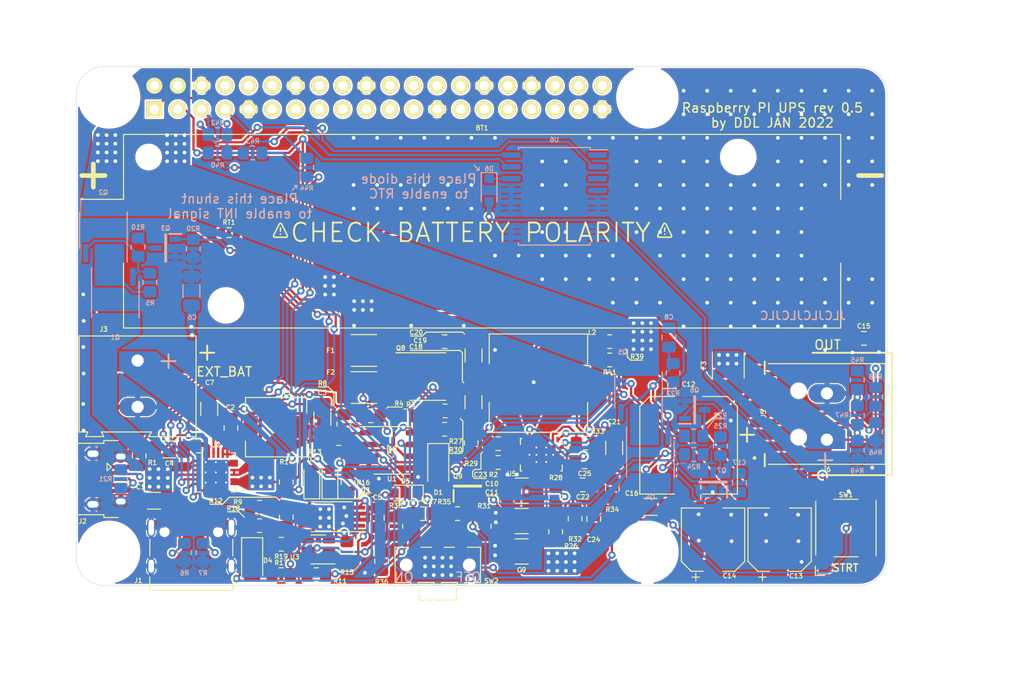
<source format=kicad_pcb>
(kicad_pcb (version 20211014) (generator pcbnew)
  (layers (0 "F.Cu" signal) (31 "B.Cu" signal) (34 "B.Paste" user) (35 "F.Paste" user) (36 "B.SilkS" user "B.Silkscreen") (37 "F.SilkS" user "F.Silkscreen") (38 "B.Mask" user) (39 "F.Mask" user) (44 "Edge.Cuts" user))
  (net 0 "")
  (net 1 "GND")
  (net 2 "+BATT")
  (net 3 "Net-(C5-Pad1)")
  (net 4 "+5V")
  (net 5 "VSYS")
  (net 6 "V_UPS")
  (net 7 "GND1")
  (net 8 "VOUT")
  (net 9 "Net-(D2-Pad1)")
  (net 10 "Net-(D3-Pad1)")
  (net 11 "Net-(D4-Pad1)")
  (net 12 "Net-(F3-Pad2)")
  (net 13 "Net-(J1-PadB5)")
  (net 14 "Net-(C7-Pad2)")
  (net 15 "Net-(J1-PadA5)")
  (net 16 "Net-(C18-Pad1)")
  (net 17 "Net-(C25-Pad1)")
  (net 18 "Net-(C25-Pad2)")
  (net 19 "Pi_3v3")
  (net 20 "SDA")
  (net 21 "SCL")
  (net 22 "INT")
  (net 23 "Net-(D2-Pad2)")
  (net 24 "2V4")
  (net 25 "Net-(D6-Pad1)")
  (net 26 "Net-(F1-Pad1)")
  (net 33 "Net-(J2-Pad2)")
  (net 34 "Net-(J2-Pad3)")
  (net 36 "Net-(Q3-Pad3)")
  (net 37 "Net-(Q7-Pad3)")
  (net 38 "Net-(R14-Pad1)")
  (net 39 "Net-(Q1-Pad1)")
  (net 40 "Net-(R35-Pad1)")
  (net 41 "Net-(U2-Pad2)")
  (net 47 "Net-(C2-Pad1)")
  (net 48 "Net-(C2-Pad2)")
  (net 49 "Net-(C4-Pad1)")
  (net 50 "Net-(C8-Pad1)")
  (net 51 "Net-(C8-Pad2)")
  (net 52 "Net-(C17-Pad1)")
  (net 53 "Net-(C17-Pad2)")
  (net 54 "Net-(C21-Pad1)")
  (net 55 "Net-(C22-Pad1)")
  (net 56 "Net-(C23-Pad1)")
  (net 57 "Net-(C24-Pad1)")
  (net 58 "Net-(D4-Pad2)")
  (net 59 "Net-(D5-Pad1)")
  (net 81 "Net-(J4-Pad7)")
  (net 87 "Net-(J5-Pad2)")
  (net 88 "Net-(J5-Pad3)")
  (net 89 "Net-(Q1-Pad4)")
  (net 90 "Net-(Q3-Pad1)")
  (net 91 "Net-(Q6-Pad3)")
  (net 92 "Net-(Q6-Pad1)")
  (net 93 "Net-(Q8-Pad4)")
  (net 94 "Net-(Q9-Pad1)")
  (net 95 "Net-(R13-Pad1)")
  (net 96 "Net-(R9-Pad1)")
  (net 97 "Net-(R12-Pad1)")
  (net 98 "Net-(R15-Pad2)")
  (net 99 "Net-(R18-Pad2)")
  (net 100 "Net-(R26-Pad1)")
  (net 101 "Net-(R31-Pad2)")
  (net 102 "Net-(R33-Pad2)")
  (net 103 "Net-(R34-Pad2)")
  (net 104 "Net-(R35-Pad2)")
  (net 105 "Net-(R38-Pad1)")
  (net 106 "Net-(R39-Pad1)")
  (footprint "Capacitor_SMD:C_1210_3225Metric_Pad1.33x2.70mm_HandSolder" (layer "F.Cu") (at 114.3746 119.725)
    (fp_text reference "C9")
    (fp_text value "47uF")
  )
  (footprint "Inductor_SMD:L_10.4x10.4_H4.8" (layer "F.Cu") (at 116.1894 101.5746 180)
    (fp_text reference "L2")
    (fp_text value "1uH")
  )
  (footprint "Capacitor_SMD:C_1206_3216Metric_Pad1.33x1.80mm_HandSolder" (layer "F.Cu") (at 92.9132 105.3977 90)
    (fp_text reference "C3")
    (fp_text value "10uF")
  )
  (footprint "Capacitor_SMD:C_1206_3216Metric_Pad1.33x1.80mm_HandSolder" (layer "F.Cu") (at 76.425 108.725 180)
    (fp_text reference "C4")
    (fp_text value "10uF")
  )
  (footprint "Resistor_SMD:R_0805_2012Metric_Pad1.20x1.40mm_HandSolder" (layer "F.Cu") (at 120.142 116.2 90)
    (fp_text reference "R32")
    (fp_text value "18.7k")
  )
  (footprint "Fuse:Fuse_1812_4532Metric_Pad1.30x3.40mm_HandSolder" (layer "F.Cu") (at 97.39 98.05 180)
    (fp_text reference "F1")
    (fp_text value "MF-PPTC-1812-3.5A-6V")
  )
  (footprint "Capacitor_SMD:C_0805_2012Metric_Pad1.18x1.45mm_HandSolder" (layer "F.Cu") (at 122.15 116.2 90)
    (fp_text reference "C24")
    (fp_text value "1nF")
  )
  (footprint "Capacitor_SMD:C_0805_2012Metric_Pad1.18x1.45mm_HandSolder" (layer "F.Cu") (at 106.0875 97.1)
    (fp_text reference "C19")
    (fp_text value "100nF")
  )
  (footprint "Resistor_SMD:R_0805_2012Metric_Pad1.20x1.40mm_HandSolder" (layer "F.Cu") (at 86.1408 116.9416 180)
    (fp_text reference "R18")
    (fp_text value "10k")
  )
  (footprint "Package_DFN_QFN:Texas_S-PWQFN-N24_EP2.7x2.7mm_ThermalVias" (layer "F.Cu") (at 81.4324 111.2012)
    (fp_text reference "U2")
    (fp_text value "BQ25895RTW")
  )
  (footprint "Capacitor_SMD:C_0805_2012Metric_Pad1.18x1.45mm_HandSolder" (layer "F.Cu") (at 111.85 108.1 180)
    (fp_text reference "C23")
    (fp_text value "47nF")
  )
  (footprint "USB:SAMTEC_USB-A-S-X-X-SM2" (layer "F.Cu") (at 144.225 104.9 90)
    (fp_text reference "J5")
    (fp_text value "USB_A")
  )
  (footprint "Resistor_SMD:R_0805_2012Metric_Pad1.20x1.40mm_HandSolder" (layer "F.Cu") (at 89.027 116.0178 -90)
    (fp_text reference "R12")
    (fp_text value "470")
  )
  (footprint "Resistor_SMD:R_0805_2012Metric_Pad1.20x1.40mm_HandSolder" (layer "F.Cu") (at 106.125 104.5718 180)
    (fp_text reference "R30")
    (fp_text value "10k")
  )
  (footprint "Capacitor_SMD:C_1206_3216Metric_Pad1.33x1.80mm_HandSolder" (layer "F.Cu") (at 109.1946 103.632 -90)
    (fp_text reference "C18")
    (fp_text value "20uF")
  )
  (footprint "Capacitor_SMD:CP_Elec_10x10" (layer "F.Cu") (at 132.375 108.275 -90)
    (fp_text reference "C12")
    (fp_text value "1000uF")
  )
  (footprint "Battery:BatteryHolder_Keystone_1042_1x18650" (layer "F.Cu") (at 110.1236 85.1916)
    (fp_text reference "BT1")
    (fp_text value "Battery_Cell")
  )
  (footprint "Connector_USB:USB_Micro-B_Amphenol_10103594-0001LF_Horizontal" (layer "F.Cu") (at 69.3046 111.9374 -90)
    (fp_text reference "J2")
    (fp_text value "USB_B_Micro")
  )
  (footprint "Resistor_SMD:R_0805_2012Metric_Pad1.20x1.40mm_HandSolder" (layer "F.Cu") (at 123.875 97.1 180)
    (fp_text reference "R39")
    (fp_text value "18k")
  )
  (footprint "logo:warning" (layer "F.Cu") (at 88.392 85.09)
    (fp_text reference "G***" hide)
    (fp_text value "LOGO" hide)
  )
  (footprint "Capacitor_SMD:C_1206_3216Metric_Pad1.33x1.80mm_HandSolder" (layer "F.Cu") (at 128.2625 114.925 180)
    (fp_text reference "C16")
    (fp_text value "10uF")
  )
  (footprint "Capacitor_SMD:C_1206_3216Metric_Pad1.33x1.80mm_HandSolder" (layer "F.Cu") (at 74.7776 114.2492 180)
    (fp_text reference "C1")
    (fp_text value "10uF")
  )
  (footprint "Resistor_SMD:R_0805_2012Metric_Pad1.20x1.40mm_HandSolder" (layer "F.Cu") (at 86.1408 114.9604)
    (fp_text reference "R9")
    (fp_text value "470")
  )
  (footprint "Resistor_SMD:R_0805_2012Metric_Pad1.20x1.40mm_HandSolder" (layer "F.Cu") (at 123.875 99.075)
    (fp_text reference "R41")
    (fp_text value "200k")
  )
  (footprint "Resistor_SMD:R_0805_2012Metric_Pad1.20x1.40mm_HandSolder" (layer "F.Cu") (at 92.2622 122.2248 180)
    (fp_text reference "R11")
    (fp_text value "100")
  )
  (footprint "Capacitor_SMD:C_0805_2012Metric_Pad1.18x1.45mm_HandSolder" (layer "F.Cu") (at 83.058 106.4045 90)
    (fp_text reference "C2")
    (fp_text value "47nF")
  )
  (footprint "LED_SMD:LED_1206_3216Metric_Pad1.42x1.75mm_HandSolder" (layer "F.Cu") (at 85.344 120.7008 -90)
    (fp_text reference "D4")
    (fp_text value "LED_R")
  )
  (footprint "Fuse:Fuse_1812_4532Metric_Pad1.30x3.40mm_HandSolder" (layer "F.Cu") (at 136.65 99.65 90)
    (fp_text reference "F3")
    (fp_text value "MF-PPTC-1812-2.6A-8V")
  )
  (footprint "Resistor_SMD:R_0805_2012Metric_Pad1.20x1.40mm_HandSolder" (layer "F.Cu") (at 94.675 109.025)
    (fp_text reference "R13")
    (fp_text value "470")
  )
  (footprint "Resistor_SMD:R_0805_2012Metric_Pad1.20x1.40mm_HandSolder" (layer "F.Cu") (at 103.7 115.65 180)
    (fp_text reference "R37")
    (fp_text value "10k")
  )
  (footprint "Capacitor_SMD:C_1206_3216Metric_Pad1.33x1.80mm_HandSolder" (layer "F.Cu") (at 80.7212 104.3432 -90)
    (fp_text reference "C7")
    (fp_text value "10uF")
  )
  (footprint "Capacitor_SMD:C_0805_2012Metric_Pad1.18x1.45mm_HandSolder" (layer "F.Cu") (at 98.8314 116.1 90)
    (fp_text reference "C5")
    (fp_text value "100nF")
  )
  (footprint "Resistor_SMD:R_0603_1608Metric" (layer "F.Cu") (at 82.8548 85.344)
    (fp_text reference "RT1")
    (fp_text value "10k")
  )
  (footprint "Capacitor_SMD:C_1210_3225Metric_Pad1.33x2.70mm_HandSolder" (layer "F.Cu") (at 114.4 113.1718)
    (fp_text reference "C10")
    (fp_text value "47uF")
  )
  (footprint "Fuse:Fuse_1812_4532Metric_Pad1.30x3.40mm_HandSolder" (layer "F.Cu") (at 97.385 102.05 180)
    (fp_text reference "F2")
    (fp_text value "MF-PPTC-1812-3.5A-6V")
  )
  (footprint "Resistor_SMD:R_0805_2012Metric_Pad1.20x1.40mm_HandSolder" (layer "F.Cu") (at 99.3 120.775 90)
    (fp_text reference "R36")
    (fp_text value "470")
  )
  (footprint "Button_Switch_SMD:SW_SPDT_CK-JS102011SAQN" (layer "F.Cu") (at 105.35 121.175)
    (fp_text reference "SW2")
    (fp_text value "MODE (JS102011SAQN)")
  )
  (footprint "Resistor_SMD:R_0805_2012Metric_Pad1.20x1.40mm_HandSolder" (layer "F.Cu") (at 121.275 108.05 180)
    (fp_text reference "R33")
    (fp_text value "174k")
  )
  (footprint "Resistor_SMD:R_0805_2012Metric_Pad1.20x1.40mm_HandSolder" (layer "F.Cu") (at 101.9 105.1)
    (fp_text reference "R3")
    (fp_text value "470")
  )
  (footprint "Resistor_SMD:R_0805_2012Metric_Pad1.20x1.40mm_HandSolder" (layer "F.Cu") (at 95.5548 119.6754 -90)
    (fp_text reference "R15")
    (fp_text value "1k")
  )
  (footprint "Resistor_SMD:R_0805_2012Metric_Pad1.20x1.40mm_HandSolder" (layer "F.Cu") (at 88.4776 118.9482)
    (fp_text reference "R19")
    (fp_text value "10k")
  )
  (footprint "Capacitor_SMD:C_0805_2012Metric_Pad1.18x1.45mm_HandSolder" (layer "F.Cu") (at 151.2625 96.75)
    (fp_text reference "C15")
    (fp_text value "100nF")
  )
  (footprint "Capacitor_SMD:C_1206_3216Metric_Pad1.33x1.80mm_HandSolder" (layer "F.Cu") (at 124.35 108.5625 -90)
    (fp_text reference "C21")
    (fp_text value "10uF")
  )
  (footprint "Resistor_SMD:R_0805_2012Metric_Pad1.20x1.40mm_HandSolder" (layer "F.Cu") (at 111.85 110.125 180)
    (fp_text reference "R2")
    (fp_text value "10k")
  )
  (footprint "logo:warning" (layer "F.Cu") (at 129.794 85.09)
    (fp_text reference "G***" hide)
    (fp_text value "LOGO" hide)
  )
  (footprint "Capacitor_SMD:C_0805_2012Metric_Pad1.18x1.45mm_HandSolder" (layer "F.Cu") (at 121.1619 110.0582 180)
    (fp_text reference "C25")
    (fp_text value "100nF")
  )
  (footprint "Resistor_SMD:R_0805_2012Metric_Pad1.20x1.40mm_HandSolder" (layer "F.Cu") (at 118.05 117.6 -90)
    (fp_text reference "R26")
    (fp_text value "64.9k")
  )
  (footprint "Package_SO:SOIC-8_3.9x4.9mm_P1.27mm" (layer "F.Cu") (at 100.4 108.825)
    (fp_text reference "U1")
    (fp_text value "LM393")
  )
  (footprint "Connector_USB:USB_C_Receptacle_Palconn_UTC16-G" (layer "F.Cu") (at 78.7908 119.0752)
    (fp_text reference "J1")
    (fp_text value "USB_C_Receptacle_USB2.0")
  )
  (footprint "TerminalBlock:TerminalBlock_Altech_AK300-2_P5.00mm" (layer "F.Cu") (at 72.9996 99.14 -90)
    (fp_text reference "J3")
    (fp_text value "Screw_Terminal_01x02")
  )
  (footprint "Resistor_SMD:R_0805_2012Metric_Pad1.20x1.40mm_HandSolder" (layer "F.Cu") (at 89.02 112.24 90)
    (fp_text reference "R14")
    (fp_text value "10k")
  )
  (footprint "Diode_SMD:D_1206_3216Metric_Pad1.42x1.75mm_HandSolder" (layer "F.Cu") (at 105.4 110.55 -90)
    (fp_text reference "D1")
    (fp_text value "BZV55-B2V4.115")
  )
  (footprint "Resistor_SMD:R_0805_2012Metric_Pad1.20x1.40mm_HandSolder" (layer "F.Cu") (at 106.075 106.55)
    (fp_text reference "R27")
    (fp_text value "470")
  )
  (footprint "Resistor_SMD:R_0805_2012Metric_Pad1.20x1.40mm_HandSolder" (layer "F.Cu") (at 95.675 112.3 90)
    (fp_text reference "R16")
    (fp_text value "470")
  )
  (footprint "Resistor_SMD:R_0805_2012Metric_Pad1.20x1.40mm_HandSolder" (layer "F.Cu") (at 73.175 109.425 -90)
    (fp_text reference "R1")
    (fp_text value "10k")
  )
  (footprint "Package_SO:TSSOP-8_4.4x3mm_P0.65mm" (layer "F.Cu") (at 93.9215 115.9764 180)
    (fp_text reference "U4")
    (fp_text value "FS8205A")
  )
  (footprint "Resistor_SMD:R_0805_2012Metric_Pad1.20x1.40mm_HandSolder" (layer "F.Cu") (at 88.4776 122.2248 180)
    (fp_text reference "R17")
    (fp_text value "5.1k")
  )
  (footprint "tps61088:IC_TPS61088RHLR" (layer "F.Cu") (at 116.5009 109.2962 -90)
    (fp_text reference "U5")
    (fp_text value "TPS61088RHLR")
  )
  (footprint "RPI:raspberrypi_2_3" (layer "F.Cu") (at 98.932 70.77)
    (fp_text reference "J4")
    (fp_text value "Raspberry_Pi_2_3")
  )
  (footprint "Diode_SMD:D_SOD-323_HandSoldering" (layer "F.Cu") (at 91.775 112.15 90)
    (fp_text reference "D2")
    (fp_text value "1PS76SB40.115")
  )
  (footprint "Diode_SMD:D_SOD-323_HandSoldering" (layer "F.Cu") (at 93.725 112.15 90)
    (fp_text reference "D3")
    (fp_text value "1PS76SB40.115")
  )
  (footprint "Capacitor_SMD:CP_Elec_6.3x7.7" (layer "F.Cu") (at 135 118.45 90)
    (fp_text reference "C14")
    (fp_text value "220uF")
  )
  (footprint "Resistor_SMD:R_0805_2012Metric_Pad1.20x1.40mm_HandSolder" (layer "F.Cu") (at 107.475 115.65)
    (fp_text reference "R35")
    (fp_text value "470")
  )
  (footprint "Resistor_SMD:R_0805_2012Metric_Pad1.20x1.40mm_HandSolder" (layer "F.Cu") (at 98.125 105.1 180)
    (fp_text reference "R4")
    (fp_text value "470")
  )
  (footprint "Resistor_SMD:R_0805_2012Metric_Pad1.20x1.40mm_HandSolder" (layer "F.Cu") (at 108.95 108.025 90)
    (fp_text reference "R29")
    (fp_text value "10k")
  )
  (footprint "IRLML2803TRPBF:SOT95P237X112-3N" (layer "F.Cu") (at 108.55 112.675 90)
    (fp_text reference "Q9")
    (fp_text value "IRLML2803TRPBF" hide)
  )
  (footprint "Capacitor_SMD:C_1206_3216Metric_Pad1.33x1.80mm_HandSolder" (layer "F.Cu") (at 109.2 98.5875 90)
    (fp_text reference "C20")
    (fp_text value "20uF")
  )
  (footprint "Button_Switch_SMD:SW_SPST_Omron_B3FS-100xP" (layer "F.Cu") (at 149.325 117.2 90)
    (fp_text reference "SW1")
    (fp_text value "SW_MEC_5E")
  )
  (footprint "Diode_SMD:D_SOD-323_HandSoldering" (layer "F.Cu") (at 101.875 113.425 180)
    (fp_text reference "D5")
    (fp_text value "1PS76SB40.115")
  )
  (footprint "Capacitor_SMD:C_0805_2012Metric_Pad1.18x1.45mm_HandSolder" (layer "F.Cu") (at 120.9587 112.5474)
    (fp_text reference "C22")
    (fp_text value "43pF")
  )
  (footprint "Resistor_SMD:R_0805_2012Metric_Pad1.20x1.40mm_HandSolder" (layer "F.Cu") (at 124.15 112.9632 90)
    (fp_text reference "R34")
    (fp_text value "147k")
  )
  (footprint "Resistor_SMD:R_0805_2012Metric_Pad1.20x1.40mm_HandSolder" (layer "F.Cu") (at 100.825 117 -90)
    (fp_text reference "R38")
    (fp_text value "470")
  )
  (footprint "Capacitor_SMD:CP_Elec_6.3x7.7" (layer "F.Cu") (at 142.175 118.45 90)
    (fp_text reference "C13")
    (fp_text value "220uF")
  )
  (footprint "Inductor_SMD:L_6.3x6.3_H3" (layer "F.Cu") (at 87.928 106.3244)
    (fp_text reference "L1")
    (fp_text value "1uH")
  )
  (footprint "Resistor_SMD:R_0805_2012Metric_Pad1.20x1.40mm_HandSolder" (layer "F.Cu") (at 95.225 105.975 90)
    (fp_text reference "R8")
    (fp_text value "470")
  )
  (footprint "Resistor_SMD:R_0805_2012Metric_Pad1.20x1.40mm_HandSolder" (layer "F.Cu") (at 110.35 117 -90)
    (fp_text reference "R31")
    (fp_text value "10k")
  )
  (footprint "Package_SO:SOIC-8_3.9x4.9mm_P1.27mm" (layer "F.Cu") (at 104.275 100.865)
    (fp_text reference "Q8")
    (fp_text value "IRF7404")
  )
  (footprint "Capacitor_SMD:C_1210_3225Metric_Pad1.33x2.70mm_HandSolder" (layer "F.Cu") (at 114.3877 116.4484)
    (fp_text reference "C11")
    (fp_text value "47uF")
  )
  (footprint "Package_TO_SOT_SMD:SOT-23-6" (layer "F.Cu") (at 92.4759 119.507 180)
    (fp_text reference "U3")
    (fp_text value "DW01")
  )
  (footprint "TerminalBlock:TerminalBlock_Altech_AK300-2_P5.00mm" (layer "F.Cu") (at 147.275 107.675 90)
    (fp_text reference "J6")
    (fp_text value "Screw_Terminal_01x02")
  )
  (footprint "Resistor_SMD:R_0805_2012Metric_Pad1.20x1.40mm_HandSolder" (layer "F.Cu") (at 118.0592 113.8268 -90)
    (fp_text reference "R28")
    (fp_text value "210k")
  )
  (footprint "IRLML2803TRPBF:SOT95P237X112-3N" (layer "B.Cu") (at 133.025 104.45)
    (fp_text reference "Q6")
    (fp_text value "IRLML2803TRPBF" hide)
  )
  (footprint "Diode_SMD:D_SOD-323_HandSoldering" (layer "B.Cu") (at 110.875 80.775 -90)
    (fp_text reference "D6")
    (fp_text value "1PS76SB40.115")
  )
  (footprint "Resistor_SMD:R_0805_2012Metric_Pad1.20x1.40mm_HandSolder" (layer "B.Cu") (at 79 87.075 -90)
    (fp_text reference "R20")
    (fp_text value "10k")
  )
  (footprint "Resistor_SMD:R_0805_2012Metric_Pad1.20x1.40mm_HandSolder" (layer "B.Cu") (at 152.525 103.05 90)
    (fp_text reference "R48")
    (fp_text value "USR")
  )
  (footprint "Package_SO:SOIC-8_3.9x4.9mm_P1.27mm" (layer "B.Cu") (at 69.315 85.075 90)
    (fp_text reference "Q2")
    (fp_text value "IRF7404")
  )
  (footprint "Resistor_SMD:R_0805_2012Metric_Pad1.20x1.40mm_HandSolder" (layer "B.Cu") (at 91.225 78.325 -90)
    (fp_text reference "R44")
    (fp_text value "0")
  )
  (footprint "Resistor_SMD:R_0805_2012Metric_Pad1.20x1.40mm_HandSolder" (layer "B.Cu") (at 78.05 119.85 -90)
    (fp_text reference "R6")
    (fp_text value "5.1k")
  )
  (footprint "Resistor_SMD:R_0805_2012Metric_Pad1.20x1.40mm_HandSolder" (layer "B.Cu") (at 135.8 108.375 90)
    (fp_text reference "R25")
    (fp_text value "470")
  )
  (footprint "Resistor_SMD:R_0805_2012Metric_Pad1.20x1.40mm_HandSolder" (layer "B.Cu") (at 73.05 86.925 -90)
    (fp_text reference "R10")
    (fp_text value "470")
  )
  (footprint "Resistor_SMD:R_0805_2012Metric_Pad1.20x1.40mm_HandSolder" (layer "B.Cu") (at 81.625 74.775)
    (fp_text reference "R42")
    (fp_text value "10k")
  )
  (footprint "Resistor_SMD:R_0805_2012Metric_Pad1.20x1.40mm_HandSolder" (layer "B.Cu") (at 152.525 106.825 90)
    (fp_text reference "R46")
    (fp_text value "USR")
  )
  (footprint "Resistor_SMD:R_0805_2012Metric_Pad1.20x1.40mm_HandSolder" (layer "B.Cu") (at 71.18 111.92 90)
    (fp_text reference "R21")
    (fp_text value "USR")
  )
  (footprint "Package_SO:SOIC-16W_7.5x10.3mm_P1.27mm" (layer "B.Cu") (at 117.9 81.425 180)
    (fp_text reference "U6")
    (fp_text value "DS3231M")
  )
  (footprint "Resistor_SMD:R_0805_2012Metric_Pad1.20x1.40mm_HandSolder" (layer "B.Cu") (at 81.625 76.75)
    (fp_text reference "R40")
    (fp_text value "10k")
  )
  (footprint "Package_SO:SOIC-8_3.9x4.9mm_P1.27mm" (layer "B.Cu") (at 70.595 92.575 -90)
    (fp_text reference "Q1")
    (fp_text value "IRF7404")
  )
  (footprint "Resistor_SMD:R_0805_2012Metric_Pad1.20x1.40mm_HandSolder" (layer "B.Cu") (at 80.05 119.85 -90)
    (fp_text reference "R7")
    (fp_text value "5.1k")
  )
  (footprint "Resistor_SMD:R_0805_2012Metric_Pad1.20x1.40mm_HandSolder" (layer "B.Cu") (at 150.55 105.025 -90)
    (fp_text reference "R47")
    (fp_text value "USR")
  )
  (footprint "Resistor_SMD:R_0805_2012Metric_Pad1.20x1.40mm_HandSolder" (layer "B.Cu") (at 132.925 109.275 180)
    (fp_text reference "R24")
    (fp_text value "10k")
  )
  (footprint "Resistor_SMD:R_0805_2012Metric_Pad1.20x1.40mm_HandSolder" (layer "B.Cu") (at 150.55 101.25 90)
    (fp_text reference "R45")
    (fp_text value "USR")
  )
  (footprint "Capacitor_SMD:C_0805_2012Metric_Pad1.18x1.45mm_HandSolder" (layer "B.Cu") (at 130.25 96.6425 -90)
    (fp_text reference "C8")
    (fp_text value "100nF")
  )
  (footprint "Resistor_SMD:R_0805_2012Metric_Pad1.20x1.40mm_HandSolder" (layer "B.Cu") (at 74.325 90.725 -90)
    (fp_text reference "R5")
    (fp_text value "10k")
  )
  (footprint "Resistor_SMD:R_0805_2012Metric_Pad1.20x1.40mm_HandSolder" (layer "B.Cu") (at 150.55 108.8 90)
    (fp_text reference "R49")
    (fp_text value "USR")
  )
  (footprint "Package_SO:SOIC-8_3.9x4.9mm_P1.27mm" (layer "B.Cu") (at 128.25 109.775 -90)
    (fp_text reference "Q4")
    (fp_text value "IRF7404")
  )
  (footprint "Capacitor_SMD:C_1206_3216Metric_Pad1.33x1.80mm_HandSolder" (layer "B.Cu") (at 78.8 91.6375 90)
    (fp_text reference "C6")
    (fp_text value "10uF")
  )
  (footprint "Package_SO:SOIC-8_3.9x4.9mm_P1.27mm" (layer "B.Cu") (at 126.975 102.3 90)
    (fp_text reference "Q5")
    (fp_text value "IRF7404")
  )
  (footprint "IRLML2803TRPBF:SOT95P237X112-3N" (layer "B.Cu") (at 76.025 87 180)
    (fp_text reference "Q3")
    (fp_text value "IRLML2803TRPBF" hide)
  )
  (footprint "IRLML2803TRPBF:SOT95P237X112-3N" (layer "B.Cu") (at 135 112.25 90)
    (fp_text reference "Q7")
    (fp_text value "IRLML2803TRPBF" hide)
  )
  (footprint "Resistor_SMD:R_0805_2012Metric_Pad1.20x1.40mm_HandSolder" (layer "B.Cu") (at 130.7 100.45 -90)
    (fp_text reference "R22")
    (fp_text value "10k")
  )
  (footprint "Resistor_SMD:R_0805_2012Metric_Pad1.20x1.40mm_HandSolder" (layer "B.Cu") (at 132.925 107.275 180)
    (fp_text reference "R23")
    (fp_text value "470")
  )
  (footprint "Capacitor_SMD:C_0805_2012Metric_Pad1.18x1.45mm_HandSolder" (layer "B.Cu") (at 137.85 112.325 90)
    (fp_text reference "C17")
    (fp_text value "100nF")
  )
  (footprint "Resistor_SMD:R_0805_2012Metric_Pad1.20x1.40mm_HandSolder" (layer "B.Cu") (at 85.4 76.75 180)
    (fp_text reference "R43")
    (fp_text value "10k")
  )
  (gr_line (start 90.17 80.27) (end 90.17 80.57) (layer "B.SilkS") (width 0.12))
  (gr_line (start 109.28 78.1) (end 109.8 78.62) (layer "B.SilkS") (width 0.12))
  (gr_line (start 136.4 105.42) (end 135.19 105.42) (layer "B.SilkS") (width 0.12))
  (gr_line (start 89.65 80.79) (end 90.17 80.27) (layer "B.SilkS") (width 0.12))
  (gr_line (start 135.19 105.42) (end 134.39 106.41) (layer "B.SilkS") (width 0.12))
  (gr_line (start 109.8 78.62) (end 109.5 78.62) (layer "B.SilkS") (width 0.12))
  (gr_line (start 90.17 80.27) (end 89.87 80.27) (layer "B.SilkS") (width 0.12))
  (gr_line (start 109.8 78.62) (end 109.8 78.32) (layer "B.SilkS") (width 0.12))
  (gr_line (start 94.575 114.05) (end 96.625 114.05) (layer "F.SilkS") (width 0.12))
  (gr_line (start 100.75 104.15) (end 99.975 104.15) (layer "F.SilkS") (width 0.12))
  (gr_line (start 100.85 109.18) (end 100.39 108.72) (layer "F.SilkS") (width 0.12))
  (gr_line (start 106.675 109.15) (end 107.85 109.15) (layer "F.SilkS") (width 0.12))
  (gr_line (start 66.9836 79.1916) (end 69.4836 79.1916) (layer "F.SilkS") (width 0.5))
  (gr_line (start 92.5 101.975) (end 93.4 101.975) (layer "F.SilkS") (width 0.12))
  (gr_line (start 110 109.175) (end 110.175 109) (layer "F.SilkS") (width 0.12))
  (gr_line (start 82.7 115.45) (end 83.925 115.45) (layer "F.SilkS") (width 0.12))
  (gr_line (start 108.025 96.075) (end 108.25 96.3) (layer "F.SilkS") (width 0.12))
  (gr_line (start 99.975 104.15) (end 99.825 104.3) (layer "F.SilkS") (width 0.12))
  (gr_line (start 99.95 108.25) (end 99.95 109.18) (layer "F.SilkS") (width 0.12))
  (gr_line (start 102.4 96.5) (end 103.675 96.5) (layer "F.SilkS") (width 0.12))
  (gr_line (start 100.41 109.64) (end 100.63 109.42) (layer "F.SilkS") (width 0.12))
  (gr_line (start 109.9 110.875) (end 110 110.775) (layer "F.SilkS") (width 0.12))
  (gr_line (start 97.9 113.525) (end 97.15 113.525) (layer "F.SilkS") (width 0.12))
  (gr_line (start 111.9 114.625) (end 112.175 114.9) (layer "F.SilkS") (width 0.12))
  (gr_line (start 82.9 113.875) (end 87.95 113.875) (layer "F.SilkS") (width 0.12))
  (gr_line (start 100.85 109.18) (end 100.85 108.25) (layer "F.SilkS") (width 0.12))
  (gr_line (start 102.375 98.05) (end 107.75 98.05) (layer "F.SilkS") (width 0.12))
  (gr_line (start 109.1 111.1) (end 109.325 110.875) (layer "F.SilkS") (width 0.12))
  (gr_line (start 99.95 108.25) (end 100.41 108.71) (layer "F.SilkS") (width 0.12))
  (gr_line (start 111.9 113.95) (end 111.9 114.625) (layer "F.SilkS") (width 0.12))
  (gr_line (start 68.2336 77.9416) (end 68.2336 80.4416) (layer "F.SilkS") (width 0.5))
  (gr_line (start 125.775 98.025) (end 125.625 97.875) (layer "F.SilkS") (width 0.12))
  (gr_line (start 110.6 113.725) (end 111.675 113.725) (layer "F.SilkS") (width 0.12))
  (gr_line (start 96.625 114.05) (end 97.15 113.525) (layer "F.SilkS") (width 0.12))
  (gr_line (start 94.15 102.575) (end 94.15 104.025) (layer "F.SilkS") (width 0.12))
  (gr_line (start 99.95 109.18) (end 100.41 108.72) (layer "F.SilkS") (width 0.12))
  (gr_line (start 104.1 96.075) (end 108.025 96.075) (layer "F.SilkS") (width 0.12))
  (gr_line (start 108.05 105.675) (end 107.775 105.4) (layer "F.SilkS") (width 0.12))
  (gr_line (start 93.55 101.975) (end 94.15 102.575) (layer "F.SilkS") (width 0.12))
  (gr_line (start 87.95 113.875) (end 88.3 114.225) (layer "F.SilkS") (width 0.12))
  (gr_line (start 109.1 111.625) (end 109.1 111.1) (layer "F.SilkS") (width 0.12))
  (gr_line (start 110.55 111.85) (end 109.325 111.85) (layer "F.SilkS") (width 0.12))
  (gr_line (start 111.675 113.725) (end 111.9 113.95) (layer "F.SilkS") (width 0.12))
  (gr_line (start 109.325 111.85) (end 109.1 111.625) (layer "F.SilkS") (width 0.12))
  (gr_line (start 103.675 96.5) (end 104.1 96.075) (layer "F.SilkS") (width 0.12))
  (gr_line (start 94.15 104.025) (end 94.425 104.3) (layer "F.SilkS") (width 0.12))
  (gr_line (start 99.95 109.18) (end 100.41 109.64) (layer "F.SilkS") (width 0.12))
  (gr_line (start 150.69 79.1916) (end 153.19 79.1916) (layer "F.SilkS") (width 0.5))
  (gr_line (start 82.125 114.65) (end 82.9 113.875) (layer "F.SilkS") (width 0.12))
  (gr_line (start 125.775 98.75) (end 125.775 98.025) (layer "F.SilkS") (width 0.12))
  (gr_line (start 80.8 114.65) (end 82.125 114.65) (layer "F.SilkS") (width 0.12))
  (gr_line (start 127.375 99.1) (end 126.125 99.1) (layer "F.SilkS") (width 0.12))
  (gr_line (start 126.125 99.1) (end 125.775 98.75) (layer "F.SilkS") (width 0.12))
  (gr_line (start 108 98.3) (end 107.75 98.05) (layer "F.SilkS") (width 0.12))
  (gr_line (start 110 110.775) (end 110 109.175) (layer "F.SilkS") (width 0.12))
  (gr_line (start 93.4 101.975) (end 93.55 101.975) (layer "F.SilkS") (width 0.12))
  (gr_line (start 107.85 109.15) (end 108.05 108.95) (layer "F.SilkS") (width 0.12))
  (gr_line (start 83.925 115.45) (end 84.525 116.05) (layer "F.SilkS") (width 0.12))
  (gr_line (start 100.85 108.25) (end 100.39 108.71) (layer "F.SilkS") (width 0.12))
  (gr_line (start 101.525 104.15) (end 100.75 104.15) (layer "F.SilkS") (width 0.12))
  (gr_line (start 108.05 108.95) (end 108.05 105.675) (layer "F.SilkS") (width 0.12))
  (gr_line (start 108 101.4) (end 108.15 101.55) (layer "F.SilkS") (width 0.12))
  (gr_line (start 109.325 110.875) (end 109.9 110.875) (layer "F.SilkS") (width 0.12))
  (gr_line (start 108 98.3) (end 108 101.4) (layer "F.SilkS") (width 0.12))
  (gr_arc (start 153.750416 120.399584) (mid 152.871614 122.521198) (end 150.75 123.4) (layer "Edge.Cuts") (width 0.05))
  (gr_line (start 153.750416 120.399584) (end 153.750832 70.425) (layer "Edge.Cuts") (width 0.05))
  (gr_arc (start 150.750416 67.424584) (mid 152.87203 68.303386) (end 153.750832 70.425) (layer "Edge.Cuts") (width 0.05))
  (gr_line (start 150.750416 67.424584) (end 69.400416 67.424584) (layer "Edge.Cuts") (width 0.05))
  (gr_arc (start 66.4 70.425) (mid 67.278802 68.303386) (end 69.400416 67.424584) (layer "Edge.Cuts") (width 0.05))
  (gr_line (start 66.399584 120.399584) (end 66.4 70.425) (layer "Edge.Cuts") (width 0.05))
  (gr_arc (start 69.4 123.4) (mid 67.278386 122.521198) (end 66.399584 120.399584) (layer "Edge.Cuts") (width 0.05))
  (gr_line (start 150.75 123.4) (end 69.4 123.4) (layer "Edge.Cuts") (width 0.05))
  (gr_text "+" (at 76.33 99.05) (layer "B.SilkS") (effects (font (size 2 2) (thickness 0.2))))
  (gr_text "JLCJLCJLCJLC" (at 144.7 94.3) (layer "B.SilkS") (effects (font (size 0.9 0.9)) (justify mirror)))
  (gr_text "ON" (at 101.69 122.49) (layer "B.SilkS") (effects (font (size 1 1)) (justify mirror)))
  (gr_text "+" (at 147.09 109.73) (layer "B.SilkS") (effects (font (size 2 2) (thickness 0.2))))
  (gr_text "Place this diode\nto enable RTC" (at 103.28 80.36) (layer "B.SilkS") (effects (font (size 1 1)) (justify mirror)))
  (gr_text "OFF\n" (at 108.63 122.49) (layer "B.SilkS") (effects (font (size 1 1)) (justify mirror)))
  (gr_text "Place this shunt\nto enable INT signal" (at 84.02 82.5) (layer "B.SilkS") (effects (font (size 1 1)) (justify mirror)))
  (gr_text "OUT\n" (at 147.35 97.45) (layer "F.SilkS") (effects (font (size 1 1))))
  (gr_text "Raspberry PI UPS rev 0.5\nby DDL JAN 2022" (at 141.4 72.7) (layer "F.SilkS") (effects (font (size 1 1))))
  (gr_text "STRT" (at 149.29 121.5) (layer "F.SilkS") (effects (font (size 0.8 0.8))))
  (gr_text "+" (at 138.67 106.99) (layer "F.SilkS") (effects (font (size 2 2) (thickness 0.2))))
  (gr_text "CHECK BATTERY POLARITY" (at 108.89 85.344) (layer "F.SilkS") (effects (font (size 2 2) (thickness 0.2))))
  (gr_text "+" (at 80.5 98.14) (layer "F.SilkS") (effects (font (size 2 2) (thickness 0.2))))
  (gr_text "EXT_BAT\n" (at 82.34 100.35) (layer "F.SilkS") (effects (font (size 1 1))))
  (segment (start 85.05 120.925) (end 88.15 120.925) (width 0.25) (layer "F.Cu") (net 1))
  (segment (start 117.0509 110.0462) (end 117.0259 110.0712) (width 0.25) (layer "F.Cu") (net 1))
  (segment (start 103.5625 112.0375) (end 105.4 112.0375) (width 0.25) (layer "F.Cu") (net 1))
  (segment (start 75.0508 116.5652) (end 74.4708 117.1452) (width 0.5) (layer "F.Cu") (net 1))
  (segment (start 103.225 111.7) (end 103.5625 112.0375) (width 0.25) (layer "F.Cu") (net 1))
  (segment (start 95.5 115.9) (end 95.9014 116.3014) (width 0.25) (layer "F.Cu") (net 1))
  (segment (start 118.6509 110.0462) (end 117.0509 110.0462) (width 0.25) (layer "F.Cu") (net 1))
  (segment (start 83.1108 117.1452) (end 83.1108 118.9858) (width 0.25) (layer "F.Cu") (net 1))
  (segment (start 83.1108 118.9858) (end 85.05 120.925) (width 0.25) (layer "F.Cu") (net 1))
  (segment (start 81.9908 116.5652) (end 82.5308 116.5652) (width 0.5) (layer "F.Cu") (net 1))
  (segment (start 134.975 115.725) (end 135 115.75) (width 0.25) (layer "F.Cu") (net 1))
  (segment (start 97.925 110.73) (end 97.925 110.8) (width 0.25) (layer "F.Cu") (net 1))
  (segment (start 134.975 113.325) (end 134.975 115.725) (width 0.25) (layer "F.Cu") (net 1))
  (segment (start 116.775 99.1) (end 115.675 100.2) (width 0.25) (layer "F.Cu") (net 1))
  (segment (start 95.9014 116.3014) (end 96.784 116.3014) (width 0.25) (layer "F.Cu") (net 1))
  (segment (start 88.15 120.925) (end 88.72633 120.34867) (width 0.25) (layer "F.Cu") (net 1))
  (segment (start 82.5308 116.5652) (end 83.1108 117.1452) (width 0.5) (layer "F.Cu") (net 1))
  (segment (start 91.23007 120.34867) (end 91.3384 120.457) (width 0.25) (layer "F.Cu") (net 1))
  (segment (start 97.925 110.8) (end 99 111.875) (width 0.25) (layer "F.Cu") (net 1))
  (segment (start 115.675 100.2) (end 115.675 101.475) (width 0.25) (layer "F.Cu") (net 1))
  (segment (start 75.5908 116.5652) (end 75.0508 116.5652) (width 0.5) (layer "F.Cu") (net 1))
  (segment (start 88.72633 120.34867) (end 91.23007 120.34867) (width 0.25) (layer "F.Cu") (net 1))
  (segment (start 122.85 99.1) (end 116.775 99.1) (width 0.25) (layer "F.Cu") (net 1))
  (segment (start 122.875 99.075) (end 122.85 99.1) (width 0.25) (layer "F.Cu") (net 1))
  (via (at 139.455 70.045) (size 0.8) (drill 0.4) (layers "F.Cu" "B.Cu") (net 1))
  (via (at 106.435 82.745) (size 0.8) (drill 0.4) (layers "F.Cu" "B.Cu") (net 1))
  (via (at 97.5 122.025) (size 0.8) (drill 0.4) (layers "F.Cu" "B.Cu") (net 1))
  (via (at 67.19 100.54) (size 0.8) (drill 0.4) (layers "F.Cu" "B.Cu") (net 1))
  (via (at 103.895 80.205) (size 0.8) (drill 0.4) (layers "F.Cu" "B.Cu") (net 1))
  (via (at 126.755 82.745) (size 0.8) (drill 0.4) (layers "F.Cu" "B.Cu") (net 1))
  (via (at 149.615 90.365) (size 0.8) (drill 0.4) (layers "F.Cu" "B.Cu") (net 1))
  (via (at 152.155 72.585) (size 0.8) (drill 0.4) (layers "F.Cu" "B.Cu") (net 1))
  (via (at 111.515 75.125) (size 0.8) (drill 0.4) (layers "F.Cu" "B.Cu") (net 1))
  (via (at 116.595 85.285) (size 0.8) (drill 0.4) (layers "F.Cu" "B.Cu") (net 1))
  (via (at 105.85 120.3954) (size 0.8) (drill 0.4) (layers "F.Cu" "B.Cu") (net 1))
  (via (at 104.9148 120.3954) (size 0.8) (drill 0.4) (layers "F.Cu" "B.Cu") (net 1))
  (via (at 141.995 72.585) (size 0.8) (drill 0.4) (layers "F.Cu" "B.Cu") (net 1))
  (via (at 103.895 82.745) (size 0.8) (drill 0.4) (layers "F.Cu" "B.Cu") (net 1))
  (via (at 111.5995 116.587701) (size 0.8) (drill 0.4) (layers "F.Cu" "B.Cu") (net 1))
  (via (at 134.375 72.585) (size 0.8) (drill 0.4) (layers "F.Cu" "B.Cu") (net 1))
  (via (at 129.295 80.205) (size 0.8) (drill 0.4) (layers "F.Cu" "B.Cu") (net 1))
  (via (at 147.075 90.365) (size 0.8) (drill 0.4) (layers "F.Cu" "B.Cu") (net 1))
  (via (at 93.2102 91.0798) (size 0.8) (drill 0.4) (layers "F.Cu" "B.Cu") (net 1))
  (via (at 150.03 98.27) (size 0.8) (drill 0.4) (layers "F.Cu" "B.Cu") (net 1))
  (via (at 149.615 92.905) (size 0.8) (drill 0.4) (layers "F.Cu" "B.Cu") (net 1))
  (via (at 149.615 75.125) (size 0.8) (drill 0.4) (layers "F.Cu" "B.Cu") (net 1))
  (via (at 111.525 119.1) (size 0.8) (drill 0.4) (layers "F.Cu" "B.Cu") (net 1))
  (via (at 144.535 95.445) (size 0.8) (drill 0.4) (layers "F.Cu" "B.Cu") (net 1))
  (via (at 119.135 85.285) (size 0.8) (drill 0.4) (layers "F.Cu" "B.Cu") (net 1))
  (via (at 94.15 91.0798) (size 0.8) (drill 0.4) (layers "F.Cu" "B.Cu") (net 1))
  (via (at 141.995 85.285) (size 0.8) (drill 0.4) (layers "F.Cu" "B.Cu") (net 1))
  (via (at 111.5245 120.137701) (size 0.8) (drill 0.4) (layers "F.Cu" "B.Cu") (net 1))
  (via (at 136.915 90.365) (size 0.8) (drill 0.4) (layers "F.Cu" "B.Cu") (net 1))
  (via (at 67.15 97.68) (size 0.8) (drill 0.4) (layers "F.Cu" "B.Cu") (net 1))
  (via (at 105.85 122.275) (size 0.8) (drill 0.4) (layers "F.Cu" "B.Cu") (net 1))
  (via (at 131.835 75.125) (size 0.8) (drill 0.4) (layers "F.Cu" "B.Cu") (net 1))
  (via (at 144.535 82.745) (size 0.8) (drill 0.4) (layers "F.Cu" "B.Cu") (net 1))
  (via (at 96.34 92.7402) (size 0.8) (drill 0.4) (layers "F.Cu" "B.Cu") (net 1))
  (via (at 140.7 115.76) (size 0.8) (drill 0.4) (layers "F.Cu" "B.Cu") (net 1))
  (via (at 141.995 87.825) (size 0.8) (drill 0.4) (layers "F.Cu" "B.Cu") (net 1))
  (via (at 101.355 80.205) (size 0.8) (drill 0.4) (layers "F.Cu" "B.Cu") (net 1))
  (via (at 131.835 87.825) (size 0.8) (drill 0.4) (layers "F.Cu" "B.Cu") (net 1))
  (via (at 96.325 95.375) (size 0.8) (drill 0.4) (layers "F.Cu" "B.Cu") (net 1))
  (via (at 136.915 70.045) (size 0.8) (drill 0.4) (layers "F.Cu" "B.Cu") (net 1))
  (via (at 119.135 77.665) (size 0.8) (drill 0.4) (layers "F.Cu" "B.Cu") (net 1))
  (via (at 102.475 95.375) (size 0.8) (drill 0.4) (layers "F.Cu" "B.Cu") (net 1))
  (via (at 104.9148 122.275) (size 0.8) (drill 0.4) (layers "F.Cu" "B.Cu") (net 1))
  (via (at 139.455 72.585) (size 0.8) (drill 0.4) (layers "F.Cu" "B.Cu") (net 1))
  (via (at 111.515 97.985) (size 0.8) (drill 0.4) (layers "F.Cu" "B.Cu") (net 1))
  (via (at 136.915 87.825) (size 0.8) (drill 0.4) (layers "F.Cu" "B.Cu") (net 1))
  (via (at 147.075 97.985) (size 0.8) (drill 0.4) (layers "F.Cu" "B.Cu") (net 1))
  (via (at 103.975 120.3954) (size 0.8) (drill 0.4) (layers "F.Cu" "B.Cu") (net 1))
  (via (at 116.595 80.205) (size 0.8) (drill 0.4) (layers "F.Cu" "B.Cu") (net 1))
  (via (at 106.7898 121.3352) (size 0.8) (drill 0.4) (layers "F.Cu" "B.Cu") (net 1))
  (via (at 133.475 118.55) (size 0.8) (drill 0.4) (layers "F.Cu" "B.Cu") (net 1))
  (via (at 139.455 87.825) (size 0.8) (drill 0.4) (layers "F.Cu" "B.Cu") (net 1))
  (via (at 139.455 82.745) (size 0.8) (drill 0.4) (layers "F.Cu" "B.Cu") (net 1))
  (via (at 106.7898 122.275) (size 0.8) (drill 0.4) (layers "F.Cu" "B.Cu") (net 1))
  (via (at 144.535 85.285) (size 0.8) (drill 0.4) (layers "F.Cu" "B.Cu") (net 1))
  (via (at 101.355 75.125) (size 0.8) (drill 0.4) (layers "F.Cu" "B.Cu") (net 1))
  (via (at 98.815 80.205) (size 0.8) (drill 0.4) (layers "F.Cu" "B.Cu") (net 1))
  (via (at 134.375 75.125) (size 0.8) (drill 0.4) (layers "F.Cu" "B.Cu") (net 1))
  (via (at 103.975 121.3352) (size 0.8) (drill 0.4) (layers "F.Cu" "B.Cu") (net 1))
  (via (at 94.15 90.14) (size 0.8) (drill 0.4) (layers "F.Cu" "B.Cu") (net 1))
  (via (at 149.615 70.045) (size 0.8) (drill 0.4) (layers "F.Cu" "B.Cu") (net 1))
  (via (at 124.215 87.825) (size 0.8) (drill 0.4) (layers "F.Cu" "B.Cu") (net 1))
  (via (at 152.155 110.685) (size 0.8) (drill 0.4) (layers "F.Cu" "B.Cu") (net 1))
  (via (at 139.455 90.365) (size 0.8) (drill 0.4) (layers "F.Cu" "B.Cu") (net 1))
  (via (at 98.815 75.125) (size 0.8) (drill 0.4) (layers "F.Cu" "B.Cu") (net 1))
  (via (at 152.155 70.045) (size 0.8) (drill 0.4) (layers "F.Cu" "B.Cu") (net 1))
  (via (at 149.615 113.225) (size 0.8) (drill 0.4) (layers "F.Cu" "B.Cu") (net 1))
  (via (at 67.19 106.69) (size 0.8) (drill 0.4) (layers "F.Cu" "B.Cu") (net 1))
  (via (at 94.15 92.0196) (size 0.8) (drill 0.4) (layers "F.Cu" "B.Cu") (net 1))
  (via (at 96.275 80.205) (size 0.8) (drill 0.4) (layers "F.Cu" "B.Cu") (net 1))
  (via (at 95.1245 116.710184) (size 0.8) (drill 0.4) (layers "F.Cu" "B.Cu") (net 1))
  (via (at 129.295 77.665) (size 0.8) (drill 0.4) (layers "F.Cu" "B.Cu") (net 1))
  (via (at 119.135 80.205) (size 0.8) (drill 0.4) (layers "F.Cu" "B.Cu") (net 1))
  (via (at 152.155 75.125) (size 0.8) (drill 0.4) (layers "F.Cu" "B.Cu") (net 1))
  (via (at 131.835 72.585) (size 0.8) (drill 0.4) (layers "F.Cu" "B.Cu") (net 1))
  (via (at 111.515 87.825) (size 0.8) (drill 0.4) (layers "F.Cu" "B.Cu") (net 1))
  (via (at 108.15 95.375) (size 0.8) (drill 0.4) (layers "F.Cu" "B.Cu") (net 1))
  (via (at 152.155 77.665) (size 0.8) (drill 0.4) (layers "F.Cu" "B.Cu") (net 1))
  (via (at 139.455 95.445) (size 0.8) (drill 0.4) (layers "F.Cu" "B.Cu") (net 1))
  (via (at 116.595 87.825) (size 0.8) (drill 0.4) (layers "F.Cu" "B.Cu") (net 1))
  (via (at 124.215 90.365) (size 0.8) (drill 0.4) (layers "F.Cu" "B.Cu") (net 1))
  (via (at 144.17 115.76) (size 0.8) (drill 0.4) (layers "F.Cu" "B.Cu") (net 1))
  (via (at 144.535 80.205) (size 0.8) (drill 0.4) (layers "F.Cu" "B.Cu") (net 1))
  (via (at 108.975 80.205) (size 0.8) (drill 0.4) (layers "F.Cu" "B.Cu") (net 1))
  (via (at 97.2798 92.7402) (size 0.8) (drill 0.4) (layers "F.Cu" "B.Cu") (net 1))
  (via (at 144.535 90.365) (size 0.8) (drill 0.4) (layers "F.Cu" "B.Cu") (net 1))
  (via (at 147.075 70.045) (size 0.8) (drill 0.4) (layers "F.Cu" "B.Cu") (net 1))
  (via (at 131.835 90.365) (size 0.8) (drill 0.4) (layers "F.Cu" "B.Cu") (net 1))
  (via (at 144.535 87.825) (size 0.8) (drill 0.4) (layers "F.Cu" "B.Cu") (net 1))
  (via (at 139.455 85.285) (size 0.8) (drill 0.4) (layers "F.Cu" "B.Cu") (net 1))
  (via (at 133.45 115.725) (size 0.8) (drill 0.4) (layers "F.Cu" "B.Cu") (net 1))
  (via (at 93.2102 92.0196) (size 0.8) (drill 0.4) (layers "F.Cu" "B.Cu") (net 1))
  (via (at 131.835 80.205) (size 0.8) (drill 0.4) (layers "F.Cu" "B.Cu") (net 1))
  (via (at 149.615 80.205) (size 0.8) (drill 0.4) (layers "F.Cu" "B.Cu") (net 1))
  (via (at 141.995 90.365) (size 0.8) (drill 0.4) (layers "F.Cu" "B.Cu") (net 1))
  (via (at 126.755 90.365) (size 0.8) (drill 0.4) (layers "F.Cu" "B.Cu") (net 1))
  (via (at 98.2196 93.68) (size 0.8) (drill 0.4) (layers "F.Cu" "B.Cu") (net 1))
  (via (at 152.155 92.905) (size 0.8) (drill 0.4) (layers "F.Cu" "B.Cu") (net 1))
  (via (at 139.455 92.905) (size 0.8) (drill 0.4) (layers "F.Cu" "B.Cu") (net 1))
  (via (at 129.295 85.285) (size 0.8) (drill 0.4) (layers "F.Cu" "B.Cu") (net 1))
  (via (at 121.675 87.825) (size 0.8) (drill 0.4) (layers "F.Cu" "B.Cu") (net 1))
  (via (at 98.2196 92.7402) (size 0.8) (drill 0.4) (layers "F.Cu" "B.Cu") (net 1))
  (via (at 108.975 82.745) (size 0.8) (drill 0.4) (layers "F.Cu" "B.Cu") (net 1))
  (via (at 126.755 77.665) (size 0.8) (drill 0.4) (layers "F.Cu" "B.Cu") (net 1))
  (via (at 112.837299 111.4245) (size 0.8) (drill 0.4) (layers "F.Cu" "B.Cu") (net 1))
  (via (at 139.455 80.205) (size 0.8) (drill 0.4) (layers "F.Cu" "B.Cu") (net 1))
  (via (at 136.96 115.76) (size 0.8) (drill 0.4) (layers "F.Cu" "B.Cu") (net 1))
  (via (at 114.055 87.825) (size 0.8) (drill 0.4) (layers "F.Cu" "B.Cu") (net 1))
  (via (at 98.815 82.745) (size 0.8) (drill 0.4) (layers "F.Cu" "B.Cu") (net 1))
  (via (at 152.89 98.23) (size 0.8) (drill 0.4) (layers "F.Cu" "B.Cu") (net 1))
  (via (at 96.34 93.68) (size 0.8) (drill 0.4) (layers "F.Cu" "B.Cu") (net 1))
  (via (at 140.74 118.62) (size 0.8) (drill 0.4) (layers "F.Cu" "B.Cu") (net 1))
  (via (at 134.375 90.365) (size 0.8) (drill 0.4) (layers "F.Cu" "B.Cu") (net 1))
  (via (at 131.835 82.745) (size 0.8) (drill 0.4) (layers "F.Cu" "B.Cu") (net 1))
  (via (at 96.275 82.745) (size 0.8) (drill 0.4) (layers "F.Cu" "B.Cu") (net 1))
  (via (at 116.595 90.365) (size 0.8) (drill 0.4) (layers "F.Cu" "B.Cu") (net 1))
  (via (at 147.075 80.205) (size 0.8) (drill 0.4) (layers "F.Cu" "B.Cu") (net 1))
  (via (at 106.435 75.125) (size 0.8) (drill 0.4) (layers "F.Cu" "B.Cu") (net 1))
  (via (at 141.995 77.665) (size 0.8) (drill 0.4) (layers "F.Cu" "B.Cu") (net 1))
  (via (at 124.215 75.125) (size 0.8) (drill 0.4) (layers "F.Cu" "B.Cu") (net 1))
  (via (at 141.995 92.905) (size 0.8) (drill 0.4) (layers "F.Cu" "B.Cu") (net 1))
  (via (at 116.595 82.745) (size 0.8) (drill 0.4) (layers "F.Cu" "B.Cu") (net 1))
  (via (at 144.535 120.845) (size 0.8) (drill 0.4) (layers "F.Cu" "B.Cu") (net 1))
  (via (at 134.375 80.205) (size 0.8) (drill 0.4) (layers "F.Cu" "B.Cu") (net 1))
  (via (at 93.2102 90.14) (size 0.8) (drill 0.4) (layers "F.Cu" "B.Cu") (net 1))
  (via (at 149.615 77.665) (size 0.8) (drill 0.4) (layers "F.Cu" "B.Cu") (net 1))
  (via (at 134.975 113.325) (size 0.8) (drill 0.4) (layers "F.Cu" "B.Cu") (net 1))
  (via (at 144.535 75.125) (size 0.8) (drill 0.4) (layers "F.Cu" "B.Cu") (net 1))
  (via (at 121.675 90.365) (size 0.8) (drill 0.4) (layers "F.Cu" "B.Cu") (net 1))
  (via (at 147.075 72.585) (size 0.8) (drill 0.4) (layers "F.Cu" "B.Cu") (net 1))
  (via (at 129.295 87.825) (size 0.8) (drill 0.4) (layers "F.Cu" "B.Cu") (net 1))
  (via (at 136.915 105.605) (size 0.8) (drill 0.4) (layers "F.Cu" "B.Cu") (net 1))
  (via (at 96.275 75.125) (size 0.8) (drill 0.4) (layers "F.Cu" "B.Cu") (net 1))
  (via (at 103.975 122.275) (size 0.8) (drill 0.4) (layers "F.Cu" "B.Cu") (net 1))
  (via (at 129.295 75.125) (size 0.8) (drill 0.4) (layers "F.Cu" "B.Cu") (net 1))
  (via (at 113.875 111.425) (size 0.8) (drill 0.4) (layers "F.Cu" "B.Cu") (net 1))
  (via (at 144.535 92.905) (size 0.8) (drill 0.4) (layers "F.Cu" "B.Cu") (net 1))
  (via (at 141.995 70.045) (size 0.8) (drill 0.4) (layers "F.Cu" "B.Cu") (net 1))
  (via (at 119.135 87.825) (size 0.8) (drill 0.4) (layers "F.Cu" "B.Cu") (net 1))
  (via (at 119.135 82.745) (size 0.8) (drill 0.4) (layers "F.Cu" "B.Cu") (net 1))
  (via (at 144.535 70.045) (size 0.8) (drill 0.4) (layers "F.Cu" "B.Cu") (net 1))
  (via (at 124.215 92.905) (size 0.8) (drill 0.4) (layers "F.Cu" "B.Cu") (net 1))
  (via (at 147.075 77.665) (size 0.8) (drill 0.4) (layers "F.Cu" "B.Cu") (net 1))
  (via (at 147.075 92.905) (size 0.8) (drill 0.4) (layers "F.Cu" "B.Cu") (net 1))
  (via (at 134.375 87.825) (size 0.8) (drill 0.4) (layers "F.Cu" "B.Cu") (net 1))
  (via (at 121.675 75.125) (size 0.8) (drill 0.4) (layers "F.Cu" "B.Cu") (net 1))
  (via (at 144.535 72.585) (size 0.8) (drill 0.4) (layers "F.Cu" "B.Cu") (net 1))
  (via (at 147.075 75.125) (size 0.8) (drill 0.4) (layers "F.Cu" "B.Cu") (net 1))
  (via (at 97.2798 93.68) (size 0.8) (drill 0.4) (layers "F.Cu" "B.Cu") (net 1))
  (via (at 131.835 77.665) (size 0.8) (drill 0.4) (layers "F.Cu" "B.Cu") (net 1))
  (via (at 141.995 82.745) (size 0.8) (drill 0.4) (layers "F.Cu" "B.Cu") (net 1))
  (via (at 144.21 118.62) (size 0.8) (drill 0.4) (layers "F.Cu" "B.Cu") (net 1))
  (via (at 137 118.62) (size 0.8) (drill 0.4) (layers "F.Cu" "B.Cu") (net 1))
  (via (at 126.755 92.905) (size 0.8) (drill 0.4) (layers "F.Cu" "B.Cu") (net 1))
  (via (at 141.995 80.205) (size 0.8) (drill 0.4) (layers "F.Cu" "B.Cu") (net 1))
  (via (at 106.435 80.205) (size 0.8) (drill 0.4) (layers "F.Cu" "B.Cu") (net 1))
  (via (at 134.375 92.905) (size 0.8) (drill 0.4) (layers "F.Cu" "B.Cu") (net 1))
  (via (at 119.135 90.365) (size 0.8) (drill 0.4) (layers "F.Cu" "B.Cu") (net 1))
  (via (at 144.535 77.665) (size 0.8) (drill 0.4) (layers "F.Cu" "B.Cu") (net 1))
  (via (at 67.15 92.005) (size 0.8) (drill 0.4) (layers "F.Cu" "B.Cu") (net 1))
  (via (at 105.85 121.3352) (size 0.8) (drill 0.4) (layers "F.Cu" "B.Cu") (net 1))
  (via (at 129.295 92.905) (size 0.8) (drill 0.4) (layers "F.Cu" "B.Cu") (net 1))
  (via (at 111.6 115.55) (size 0.8) (drill 0.4) (layers "F.Cu" "B.Cu") (net 1))
  (via (at 136.915 72.585) (size 0.8) (drill 0.4) (layers "F.Cu" "B.Cu") (net 1))
  (via (at 152.155 90.365) (size 0.8) (drill 0.4) (layers "F.Cu" "B.Cu") (net 1))
  (via (at 126.755 75.125) (size 0.8) (drill 0.4) (layers "F.Cu" "B.Cu") (net 1))
  (via (at 101.355 82.745) (size 0.8) (drill 0.4) (layers "F.Cu" "B.Cu") (net 1))
  (via (at 129.295 82.745) (size 0.8) (drill 0.4) (layers "F.Cu" "B.Cu") (net 1))
  (via (at 136.915 82.745) (size 0.8) (drill 0.4) (layers "F.Cu" "B.Cu") (net 1))
  (via (at 136.915 95.445) (size 0.8) (drill 0.4) (layers "F.Cu" "B.Cu") (net 1))
  (via (at 95.5 115.9) (size 0.8) (drill 0.4) (layers "F.Cu" "B.Cu") (net 1))
  (via (at 104.9148 121.3352) (size 0.8) (drill 0.4) (layers "F.Cu" "B.Cu") (net 1))
  (via (at 152.155 80.205) (size 0.8) (drill 0.4) (layers "F.Cu" "B.Cu") (net 1))
  (via (at 136.915 80.205) (size 0.8) (drill 0.4) (layers "F.Cu" "B.Cu") (net 1))
  (via (at 126.755 80.205) (size 0.8) (drill 0.4) (layers "F.Cu" "B.Cu") (net 1))
  (via (at 141.995 75.125) (size 0.8) (drill 0.4) (layers "F.Cu" "B.Cu") (net 1))
  (via (at 67.19 94.865) (size 0.8) (drill 0.4) (layers "F.Cu" "B.Cu") (net 1))
  (via (at 131.835 85.285) (size 0.8) (drill 0.4) (layers "F.Cu" "B.Cu") (net 1))
  (via (at 149.615 72.585) (size 0.8) (drill 0.4) (layers "F.Cu" "B.Cu") (net 1))
  (via (at 99 111.875) (size 0.8) (drill 0.4) (layers "F.Cu" "B.Cu") (net 1))
  (via (at 147.075 95.445) (size 0.8) (drill 0.4) (layers "F.Cu" "B.Cu") (net 1))
  (via (at 116.595 77.665) (size 0.8) (drill 0.4) (layers "F.Cu" "B.Cu") (net 1))
  (via (at 141.995 95.445) (size 0.8) (drill 0.4) (layers "F.Cu" "B.Cu") (net 1))
  (via (at 103.225 111.7) (size 0.8) (drill 0.4) (layers "F.Cu" "B.Cu") (net 1))
  (via (at 136.915 85.285) (size 0.8) (drill 0.4) (layers "F.Cu" "B.Cu") (net 1))
  (via (at 115.675 101.475) (size 0.8) (drill 0.4) (layers "F.Cu" "B.Cu") (net 1))
  (via (at 134.375 77.665) (size 0.8) (drill 0.4) (layers "F.Cu" "B.Cu") (net 1))
  (via (at 134.375 82.745) (size 0.8) (drill 0.4) (layers "F.Cu" "B.Cu") (net 1))
  (via (at 95.267082 114.9745) (size 0.8) (drill 0.4) (layers "F.Cu" "B.Cu") (net 1))
  (via (at 103.895 75.125) (size 0.8) (drill 0.4) (layers "F.Cu" "B.Cu") (net 1))
  (via (at 108.975 75.125) (size 0.8) (drill 0.4) (layers "F.Cu" "B.Cu") (net 1))
  (via (at 126.755 85.285) (size 0.8) (drill 0.4) (layers "F.Cu" "B.Cu") (net 1))
  (via (at 131.835 95.445) (size 0.8) (drill 0.4) (layers "F.Cu" "B.Cu") (net 1))
  (via (at 106.7898 120.3954) (size 0.8) (drill 0.4) (layers "F.Cu" "B.Cu") (net 1))
  (via (at 131.835 70.045) (size 0.8) (drill 0.4) (layers "F.Cu" "B.Cu") (net 1))
  (via (at 136.915 92.905) (size 0.8) (drill 0.4) (layers "F.Cu" "B.Cu") (net 1))
  (via (at 134.375 70.045) (size 0.8) (drill 0.4) (layers "F.Cu" "B.Cu") (net 1))
  (via (at 67.15 103.83) (size 0.8) (drill 0.4) (layers "F.Cu" "B.Cu") (net 1))
  (via (at 134.375 85.285) (size 0.8) (drill 0.4) (layers "F.Cu" "B.Cu") (net 1))
  (segment (start 134.05 113.3) (end 134.95 113.3) (width 0.25) (layer "B.Cu") (net 1))
  (segment (start 134.95 113.3) (end 134.975 113.325) (width 0.25) (layer "B.Cu") (net 1))
  (segment (start 78.8 95.49) (end 78.8 93.198) (width 0.5) (layer "F.Cu") (net 2))
  (segment (start 95.165 90.085) (end 100 85.25) (width 0.5) (layer "F.Cu") (net 2))
  (segment (start 89.725 112.225) (end 87.714 112.225) (width 0.25) (layer "F.Cu") (net 2))
  (segment (start 87.714 112.225) (end 87.249 111.76) (width 0.25) (layer "F.Cu") (net 2))
  (segment (start 147.075 121.2) (end 147.075 113.2) (width 0.25) (layer "F.Cu") (net 2))
  (segment (start 92.4 109.725) (end 90.975 109.725) (width 0.25) (layer "F.Cu") (net 2))
  (segment (start 110.075 85.25) (end 110.875 84.45) (width 0.5) (layer "F.Cu") (net 2))
  (segment (start 100 85.25) (end 110.075 85.25) (width 0.5) (layer "F.Cu") (net 2))
  (segment (start 94.205187 122.2248) (end 93.2622 122.2248) (width 0.25) (layer "F.Cu") (net 2))
  (segment (start 95.165 98.05) (end 95.165 90.085) (width 0.5) (layer "F.Cu") (net 2))
  (segment (start 147.075 113.2) (end 147.075 111.775) (width 0.25) (layer "F.Cu") (net 2))
  (segment (start 94.282223 122.147764) (end 94.205187 122.2248) (width 0.25) (layer "F.Cu") (net 2))
  (segment (start 90.4 110.3) (end 90.4 111.55) (width 0.25) (layer "F.Cu") (net 2))
  (segment (start 78.8 93.198) (end 70.7936 85.1916) (width 0.5) (layer "F.Cu") (net 2))
  (segment (start 110.875 84.45) (end 110.875 83.625) (width 0.5) (layer "F.Cu") (net 2))
  (segment (start 90.4 111.55) (end 89.725 112.225) (width 0.25) (layer "F.Cu") (net 2))
  (segment (start 90.975 109.725) (end 90.4 110.3) (width 0.25) (layer "F.Cu") (net 2))
  (segment (start 147.075 111.775) (end 146.8 111.5) (width 0.25) (layer "F.Cu") (net 2))
  (via (at 78.8 95.49) (size 0.8) (drill 0.4) (layers "F.Cu" "B.Cu") (net 2))
  (via (at 92.4 109.725) (size 0.8) (drill 0.4) (layers "F.Cu" "B.Cu") (net 2))
  (via (at 85.3694 112.6998) (size 0.8) (drill 0.4) (layers "F.Cu" "B.Cu") (net 2))
  (via (at 110.875 83.625) (size 0.8) (drill 0.4) (layers "F.Cu" "B.Cu") (net 2))
  (via (at 86.3092 111.76) (size 0.8) (drill 0.4) (layers "F.Cu" "B.Cu") (net 2))
  (via (at 85.3694 111.76) (size 0.8) (drill 0.4) (layers "F.Cu" "B.Cu") (net 2))
  (via (at 78.87 96.39) (size 0.8) (drill 0.4) (layers "F.Cu" "B.Cu") (net 2))
  (via (at 146.8 111.5) (size 0.8) (drill 0.4) (layers "F.Cu" "B.Cu") (net 2))
  (via (at 87.249 112.6998) (size 0.8) (drill 0.4) (layers "F.Cu" "B.Cu") (net 2))
  (via (at 94.282223 122.147764) (size 0.8) (drill 0.4) (layers "F.Cu" "B.Cu") (net 2))
  (via (at 86.3092 112.6998) (size 0.8) (drill 0.4) (layers "F.Cu" "B.Cu") (net 2))
  (via (at 87.249 111.76) (size 0.8) (drill 0.4) (layers "F.Cu" "B.Cu") (net 2))
  (segment (start 123.621552 83.97548) (end 111.22548 83.97548) (width 0.25) (layer "B.Cu") (net 2))
  (segment (start 146.8 111.5) (end 144.9 111.5) (width 0.25) (layer "B.Cu") (net 2))
  (segment (start 111.22548 83.97548) (end 110.875 83.625) (width 0.25) (layer "B.Cu") (net 2))
  (segment (start 94.282223 122.147764) (end 96.151149 122.147764) (width 0.25) (layer "B.Cu") (net 2))
  (segment (start 134.15 94.503928) (end 123.621552 83.97548) (width 0.25) (layer "B.Cu") (net 2))
  (segment (start 144.9 111.5) (end 134.15 100.75) (width 0.25) (layer "B.Cu") (net 2))
  (segment (start 78.8 95.49) (end 78.8 93.2) (width 1) (layer "B.Cu") (net 2))
  (segment (start 110.875 83.625) (end 110.875 82.025) (width 0.5) (layer "B.Cu") (net 2))
  (segment (start 98.224511 120.074402) (end 98.224511 113.949511) (width 0.25) (layer "B.Cu") (net 2))
  (segment (start 96.151149 122.147764) (end 98.224511 120.074402) (width 0.25) (layer "B.Cu") (net 2))
  (segment (start 95.5 111.225) (end 93.9 111.225) (width 0.25) (layer "B.Cu") (net 2))
  (segment (start 78.8 95.49) (end 78.87 95.56) (width 0.5) (layer "B.Cu") (net 2))
  (segment (start 134.15 100.75) (end 134.15 94.503928) (width 0.25) (layer "B.Cu") (net 2))
  (segment (start 78.87 95.56) (end 78.87 96.39) (width 0.5) (layer "B.Cu") (net 2))
  (segment (start 93.9 111.225) (end 92.4 109.725) (width 0.25) (layer "B.Cu") (net 2))
  (segment (start 98.224511 113.949511) (end 95.5 111.225) (width 0.25) (layer "B.Cu") (net 2))
  (segment (start 91.3384 119.507) (end 92.193 119.507) (width 0.25) (layer "F.Cu") (net 3))
  (segment (start 92.193 119.507) (end 92.35 119.35) (width 0.25) (layer "F.Cu") (net 3))
  (segment (start 97.550201 119.774799) (end 98.8314 118.4936) (width 0.25) (layer "F.Cu") (net 3))
  (segment (start 97.4995 119.774799) (end 97.550201 119.774799) (width 0.25) (layer "F.Cu") (net 3))
  (segment (start 92.32542 121.16158) (end 91.2622 122.2248) (width 0.25) (layer "F.Cu") (net 3))
  (segment (start 91.721972 119.507) (end 92.32542 120.110448) (width 0.25) (layer "F.Cu") (net 3))
  (segment (start 98.8314 118.4936) (end 98.8314 117.1375) (width 0.25) (layer "F.Cu") (net 3))
  (segment (start 91.3384 119.507) (end 91.721972 119.507) (width 0.25) (layer "F.Cu") (net 3))
  (segment (start 92.32542 120.110448) (end 92.32542 121.16158) (width 0.25) (layer "F.Cu") (net 3))
  (via (at 97.4995 119.774799) (size 0.8) (drill 0.4) (layers "F.Cu" "B.Cu") (net 3))
  (via (at 92.35 119.35) (size 0.8) (drill 0.4) (layers "F.Cu" "B.Cu") (net 3))
  (segment (start 95.024799 119.774799) (end 94.6 119.35) (width 0.25) (layer "B.Cu") (net 3))
  (segment (start 94.6 119.35) (end 92.35 119.35) (width 0.25) (layer "B.Cu") (net 3))
  (segment (start 97.4995 119.774799) (end 95.024799 119.774799) (width 0.25) (layer "B.Cu") (net 3))
  (segment (start 76.25 110.85) (end 76.5 110.6) (width 1) (layer "F.Cu") (net 4))
  (segment (start 76.5 110.6) (end 78.35788 110.6) (width 1) (layer "F.Cu") (net 4))
  (segment (start 76.27 114.3193) (end 76.3401 114.2492) (width 0.5) (layer "F.Cu") (net 4))
  (segment (start 80.829622 115.225) (end 81.1908 115.586178) (width 0.5) (layer "F.Cu") (net 4))
  (segment (start 81.002279 117.344146) (end 81.002279 118.102279) (width 0.25) (layer "F.Cu") (net 4))
  (segment (start 79.4699 109.9512) (end 79.44658 109.97452) (width 0.25) (layer "F.Cu") (net 4))
  (segment (start 81.1908 117.155625) (end 81.002279 117.344146) (width 0.25) (layer "F.Cu") (net 4))
  (segment (start 83.04068 120.14068) (end 83.431616 120.14068) (width 0.25) (layer "F.Cu") (net 4))
  (segment (start 99.7 113.625) (end 98 113.625) (width 0.25) (layer "F.Cu") (net 4))
  (segment (start 76.3401 114.2492) (end 77.3159 115.225) (width 0.5) (layer "F.Cu") (net 4))
  (segment (start 76.3401 114.2492) (end 76.3908 114.2999) (width 0.5) (layer "F.Cu") (net 4))
  (segment (start 81.002279 118.102279) (end 83.04068 120.14068) (width 0.25) (layer "F.Cu") (net 4))
  (segment (start 79.44658 109.97452) (end 78.98336 109.97452) (width 0.25) (layer "F.Cu") (net 4))
  (segment (start 78.98336 109.97452) (end 78.35788 110.6) (width 0.25) (layer "F.Cu") (net 4))
  (segment (start 81.1908 115.586178) (end 81.1908 116.5652) (width 0.5) (layer "F.Cu") (net 4))
  (segment (start 76.3401 114.2492) (end 76.3401 111.1627) (width 0.5) (layer "F.Cu") (net 4))
  (segment (start 76.3908 114.2999) (end 76.3908 116.5652) (width 0.5) (layer "F.Cu") (net 4))
  (segment (start 100.425 113.625) (end 99.7 113.625) (width 0.25) (layer "F.Cu") (net 4))
  (segment (start 71.0696 110.6124) (end 75.0124 110.6124) (width 0.5) (layer "F.Cu") (net 4))
  (segment (start 77.3159 115.225) (end 80.829622 115.225) (width 0.5) (layer "F.Cu") (net 4))
  (segment (start 75.0124 110.6124) (end 76.3401 111.9401) (width 0.5) (layer "F.Cu") (net 4))
  (segment (start 98 113.625) (end 95.675 111.3) (width 0.25) (layer "F.Cu") (net 4))
  (segment (start 76.3401 111.9401) (end 76.3401 114.2492) (width 0.5) (layer "F.Cu") (net 4))
  (segment (start 81.1908 116.5652) (end 81.1908 117.155625) (width 0.25) (layer "F.Cu") (net 4))
  (segment (start 100.625 113.425) (end 100.425 113.625) (width 0.25) (layer "F.Cu") (net 4))
  (segment (start 84.025 122.275) (end 83.65 122.65) (width 0.25) (layer "F.Cu") (net 4))
  (segment (start 84.025 120.734064) (end 84.025 122.275) (width 0.25) (layer "F.Cu") (net 4))
  (segment (start 83.431616 120.14068) (end 84.025 120.734064) (width 0.25) (layer "F.Cu") (net 4))
  (via (at 76.25 111.8) (size 0.8) (drill 0.4) (layers "F.Cu" "B.Cu") (net 4))
  (via (at 76.25 112.75) (size 0.8) (drill 0.4) (layers "F.Cu" "B.Cu") (net 4))
  (via (at 74.3 110.83642) (size 0.8) (drill 0.4) (layers "F.Cu" "B.Cu") (net 4))
  (via (at 99.7 113.625) (size 0.8) (drill 0.4) (layers "F.Cu" "B.Cu") (net 4))
  (via (at 75.25 112.75) (size 0.8) (drill 0.4) (layers "F.Cu" "B.Cu") (net 4))
  (via (at 76.25 110.85) (size 0.8) (drill 0.4) (layers "F.Cu" "B.Cu") (net 4))
  (via (at 74.3 112.73642) (size 0.8) (drill 0.4) (layers "F.Cu" "B.Cu") (net 4))
  (via (at 75.25 110.85) (size 0.8) (drill 0.4) (layers "F.Cu" "B.Cu") (net 4))
  (via (at 83.65 122.65) (size 0.8) (drill 0.4) (layers "F.Cu" "B.Cu") (net 4))
  (via (at 75.25 111.8) (size 0.8) (drill 0.4) (layers "F.Cu" "B.Cu") (net 4))
  (via (at 74.3 111.78642) (size 0.8) (drill 0.4) (layers "F.Cu" "B.Cu") (net 4))
  (segment (start 99.7 113.625) (end 100.05 113.975) (width 0.25) (layer "B.Cu") (net 4))
  (segment (start 100.05 121.075) (end 98.252725 122.872275) (width 0.25) (layer "B.Cu") (net 4))
  (segment (start 83.872275 122.872275) (end 83.65 122.65) (width 0.25) (layer "B.Cu") (net 4))
  (segment (start 100.05 113.975) (end 100.05 121.075) (width 0.25) (layer "B.Cu") (net 4))
  (segment (start 98.252725 122.872275) (end 83.872275 122.872275) (width 0.25) (layer "B.Cu") (net 4))
  (segment (start 123.85 103.85) (end 123.85 96.462507) (width 0.25) (layer "F.Cu") (net 5))
  (segment (start 97.325 103.2) (end 97.3 103.225) (width 0.25) (layer "F.Cu") (net 5))
  (segment (start 123.85 96.462507) (end 121.412493 94.025) (width 0.25) (layer "F.Cu") (net 5))
  (segment (start 99.9005 106.6005) (end 99.9005 106.775) (width 0.25) (layer "F.Cu") (net 5))
  (segment (start 99.775 94.025) (end 97.325 96.475) (width 0.25) (layer "F.Cu") (net 5))
  (segment (start 97.325 96.475) (end 97.325 103.2) (width 0.25) (layer "F.Cu") (net 5))
  (segment (start 94.275 106.025) (end 96.25 106.025) (width 0.25) (layer "F.Cu") (net 5))
  (segment (start 92.9132 106.0868) (end 93.275 105.725) (width 0.25) (layer "F.Cu") (net 5))
  (segment (start 89.4776 121.0776) (end 89.4776 122.2248) (width 0.25) (layer "F.Cu") (net 5))
  (segment (start 92.15 105.65) (end 92.5 105.65) (width 0.25) (layer "F.Cu") (net 5))
  (segment (start 92.9132 106.0632) (end 92.9132 106.9602) (width 0.25) (layer "F.Cu") (net 5))
  (segment (start 93.975 105.725) (end 94.275 106.025) (width 0.25) (layer "F.Cu") (net 5))
  (segment (start 119.038518 106.999697) (end 118.392015 107.6462) (width 0.25) (layer "F.Cu") (net 5))
  (segment (start 119.171637 106.999697) (end 119.038518 106.999697) (width 0.25) (layer "F.Cu") (net 5))
  (segment (start 121.675 106.025) (end 123.85 103.85) (width 0.25) (layer "F.Cu") (net 5))
  (segment (start 121.675 106.549989) (end 121.675 106.025) (width 0.25) (layer "F.Cu") (net 5))
  (segment (start 89.473181 121.073181) (end 89.4776 121.0776) (width 0.25) (layer "F.Cu") (net 5))
  (segment (start 92.9132 106.9602) (end 92.9132 106.0868) (width 0.25) (layer "F.Cu") (net 5))
  (segment (start 93.275 105.725) (end 93.975 105.725) (width 0.25) (layer "F.Cu") (net 5))
  (segment (start 96.25 106.025) (end 96.45 106.225) (width 0.25) (layer "F.Cu") (net 5))
  (segment (start 121.412493 94.025) (end 99.775 94.025) (width 0.25) (layer "F.Cu") (net 5))
  (segment (start 92.5 105.65) (end 92.9132 106.0632) (width 0.25) (layer "F.Cu") (net 5))
  (segment (start 99.525 106.225) (end 99.9005 106.6005) (width 0.25) (layer "F.Cu") (net 5))
  (segment (start 118.392015 107.6462) (end 118.2509 107.6462) (width 0.25) (layer "F.Cu") (net 5))
  (segment (start 96.45 106.225) (end 99.525 106.225) (width 0.25) (layer "F.Cu") (net 5))
  (via (at 92.15 105.65) (size 0.8) (drill 0.4) (layers "F.Cu" "B.Cu") (net 5))
  (via (at 89.473181 121.073181) (size 0.8) (drill 0.4) (layers "F.Cu" "B.Cu") (net 5))
  (via (at 97.3 103.225) (size 0.8) (drill 0.4) (layers "F.Cu" "B.Cu") (net 5))
  (via (at 99.9005 106.775) (size 0.8) (drill 0.4) (layers "F.Cu" "B.Cu") (net 5))
  (via (at 119.171637 106.999697) (size 0.8) (drill 0.4) (layers "F.Cu" "B.Cu") (net 5))
  (via (at 121.675 106.549989) (size 0.8) (drill 0.4) (layers "F.Cu" "B.Cu") (net 5))
  (segment (start 89.473181 121.073181) (end 89.473181 120.476819) (width 0.25) (layer "B.Cu") (net 5))
  (segment (start 93.324906 111.67452) (end 91.6 109.949614) (width 0.25) (layer "B.Cu") (net 5))
  (segment (start 96.64952 117.686198) (end 96.64952 113.14952) (width 0.25) (layer "B.Cu") (net 5))
  (segment (start 99.9005 106.775) (end 99.9005 105.8255) (width 0.25) (layer "B.Cu") (net 5))
  (segment (start 121.675 106.549989) (end 121.225292 106.999697) (width 0.25) (layer "B.Cu") (net 5))
  (segment (start 121.225292 106.999697) (end 119.171637 106.999697) (width 0.25) (layer "B.Cu") (net 5))
  (segment (start 95.17452 111.67452) (end 93.324906 111.67452) (width 0.25) (layer "B.Cu") (net 5))
  (segment (start 91.6 109.949614) (end 91.6 106.2) (width 0.25) (layer "B.Cu") (net 5))
  (segment (start 91.6 106.2) (end 92.15 105.65) (width 0.25) (layer "B.Cu") (net 5))
  (segment (start 95.710718 118.625) (end 96.64952 117.686198) (width 0.25) (layer "B.Cu") (net 5))
  (segment (start 99.9005 105.8255) (end 97.3 103.225) (width 0.25) (layer "B.Cu") (net 5))
  (segment (start 96.64952 113.14952) (end 95.17452 111.67452) (width 0.25) (layer "B.Cu") (net 5))
  (segment (start 89.473181 120.476819) (end 91.325 118.625) (width 0.25) (layer "B.Cu") (net 5))
  (segment (start 91.325 118.625) (end 95.710718 118.625) (width 0.25) (layer "B.Cu") (net 5))
  (segment (start 129.825 114.925) (end 130.95 114.925) (width 1) (layer "F.Cu") (net 6))
  (segment (start 132.48 121.15) (end 135 121.15) (width 1) (layer "F.Cu") (net 6))
  (segment (start 130.95 114.925) (end 131.806521 115.781521) (width 1) (layer "F.Cu") (net 6))
  (segment (start 147.05 99.925) (end 138.6 99.925) (width 0.5) (layer "F.Cu") (net 6))
  (segment (start 131.806521 115.781521) (end 131.806521 120.476521) (width 1) (layer "F.Cu") (net 6))
  (segment (start 150.225 96.75) (end 147.05 99.925) (width 0.5) (layer "F.Cu") (net 6))
  (segment (start 131.806521 120.476521) (end 132.48 121.15) (width 1) (layer "F.Cu") (net 6))
  (segment (start 138.6 99.925) (end 136.65 101.875) (width 0.5) (layer "F.Cu") (net 6))
  (via (at 69.6602 75.7648) (size 0.8) (drill 0.4) (layers "F.Cu" "B.Cu") (net 6))
  (via (at 78.0546 75.775) (size 0.8) (drill 0.4) (layers "F.Cu" "B.Cu") (net 6))
  (via (at 78.0546 76.7102) (size 0.8) (drill 0.4) (layers "F.Cu" "B.Cu") (net 6))
  (via (at 69.6602 77.6398) (size 0.8) (drill 0.4) (layers "F.Cu" "B.Cu") (net 6))
  (via (at 126.4454 96.0398) (size 0.8) (drill 0.4) (layers "F.Cu" "B.Cu") (net 6))
  (via (at 77.1148 76.7102) (size 0.8) (drill 0.4) (layers "F.Cu" "B.Cu") (net 6))
  (via (at 68.7204 76.7) (size 0.8) (drill 0.4) (layers "F.Cu" "B.Cu") (net 6))
  (via (at 76.175 76.7102) (size 0.8) (drill 0.4) (layers "F.Cu" "B.Cu") (net 6))
  (via (at 126.4454 95.1) (size 0.8) (drill 0.4) (layers "F.Cu" "B.Cu") (net 6))
  (via (at 127.3852 95.1) (size 0.8) (drill 0.4) (layers "F.Cu" "B.Cu") (net 6))
  (via (at 69.6602 74.825) (size 0.8) (drill 0.4) (layers "F.Cu" "B.Cu") (net 6))
  (via (at 70.6 76.7) (size 0.8) (drill 0.4) (layers "F.Cu" "B.Cu") (net 6))
  (via (at 78.0546 74.8352) (size 0.8) (drill 0.4) (layers "F.Cu" "B.Cu") (net 6))
  (via (at 70.6 77.6398) (size 0.8) (drill 0.4) (layers "F.Cu" "B.Cu") (net 6))
  (via (at 127.3852 97.9148) (size 0.8) (drill 0.4) (layers "F.Cu" "B.Cu") (net 6))
  (via (at 128.325 96.0398) (size 0.8) (drill 0.4) (layers "F.Cu" "B.Cu") (net 6))
  (via (at 69.6602 76.7) (size 0.8) (drill 0.4) (layers "F.Cu" "B.Cu") (net 6))
  (via (at 76.175 75.775) (size 0.8) (drill 0.4) (layers "F.Cu" "B.Cu") (net 6))
  (via (at 68.7204 77.6398) (size 0.8) (drill 0.4) (layers "F.Cu" "B.Cu") (net 6))
  (via (at 128.325 95.1) (size 0.8) (drill 0.4) (layers "F.Cu" "B.Cu") (net 6))
  (via (at 78.0546 77.65) (size 0.8) (drill 0.4) (layers "F.Cu" "B.Cu") (net 6))
  (via (at 70.6 74.825) (size 0.8) (drill 0.4) (layers "F.Cu" "B.Cu") (net 6))
  (via (at 68.7204 74.825) (size 0.8) (drill 0.4) (layers "F.Cu" "B.Cu") (net 6))
  (via (at 128.325 97.9148) (size 0.8) (drill 0.4) (layers "F.Cu" "B.Cu") (net 6))
  (via (at 127.3852 96.975) (size 0.8) (drill 0.4) (layers "F.Cu" "B.Cu") (net 6))
  (via (at 126.4454 96.975) (size 0.8) (drill 0.4) (layers "F.Cu" "B.Cu") (net 6))
  (via (at 127.3852 96.0398) (size 0.8) (drill 0.4) (layers "F.Cu" "B.Cu") (net 6))
  (via (at 76.175 74.8352) (size 0.8) (drill 0.4) (layers "F.Cu" "B.Cu") (net 6))
  (via (at 77.1148 75.775) (size 0.8) (drill 0.4) (layers "F.Cu" "B.Cu") (net 6))
  (via (at 77.1148 74.8352) (size 0.8) (drill 0.4) (layers "F.Cu" "B.Cu") (net 6))
  (via (at 77.1148 77.65) (size 0.8) (drill 0.4) (layers "F.Cu" "B.Cu") (net 6))
  (via (at 70.6 75.7648) (size 0.8) (drill 0.4) (layers "F.Cu" "B.Cu") (net 6))
  (via (at 68.7204 75.7648) (size 0.8) (drill 0.4) (layers "F.Cu" "B.Cu") (net 6))
  (via (at 76.175 77.65) (size 0.8) (drill 0.4) (layers "F.Cu" "B.Cu") (net 6))
  (via (at 126.4454 97.9148) (size 0.8) (drill 0.4) (layers "F.Cu" "B.Cu") (net 6))
  (via (at 128.325 96.975) (size 0.8) (drill 0.4) (layers "F.Cu" "B.Cu") (net 6))
  (segment (start 87.1408 116.9416) (end 88.9508 116.9416) (width 1) (layer "F.Cu") (net 7))
  (segment (start 83.458188 86.14352) (end 82.82932 86.14352) (width 0.25) (layer "F.Cu") (net 7))
  (segment (start 80.6824 113.1637) (end 80.6824 112.6512) (width 0.25) (layer "F.Cu") (net 7))
  (segment (start 89.7434 116.3014) (end 89.027 117.0178) (width 0.5) (layer "F.Cu") (net 7))
  (segment (start 82.82932 86.14352) (end 82.0298 85.344) (width 0.25) (layer "F.Cu") (net 7))
  (segment (start 80.7212 102.7807) (end 78.5 105.0019) (width 0.25) (layer "F.Cu") (net 7))
  (segment (start 78.5 105.0019) (end 78.5 107.2) (width 0.25) (layer "F.Cu") (net 7))
  (segment (start 85.051735 103.908211) (end 84.693524 103.55) (width 0.25) (layer "F.Cu") (net 7))
  (segment (start 82.729775 103.55) (end 81.929775 102.75) (width 0.25) (layer "F.Cu") (net 7))
  (segment (start 84.693524 103.55) (end 82.729775 103.55) (width 0.25) (layer "F.Cu") (net 7))
  (segment (start 75.8 108.725) (end 74.8625 108.725) (width 0.25) (layer "F.Cu") (net 7))
  (segment (start 93.627079 94.914393) (end 93.627079 94.227079) (width 0.25) (layer "F.Cu") (net 7))
  (segment (start 78.5 107.2) (end 77.325 107.2) (width 0.25) (layer "F.Cu") (net 7))
  (segment (start 87.4776 117.2784) (end 87.1408 116.9416) (width 1) (layer "F.Cu") (net 7))
  (segment (start 89.6602 103.8352) (end 89.587189 103.908211) (width 0.25) (layer "F.Cu") (net 7))
  (segment (start 80.6824 112.6512) (end 80.3324 112.3012) (width 0.25) (layer "F.Cu") (net 7))
  (segment (start 91.059 116.3014) (end 89.7434 116.3014) (width 0.5) (layer "F.Cu") (net 7))
  (segment (start 92.9132 103.8352) (end 89.6602 103.8352) (width 0.25) (layer "F.Cu") (net 7))
  (segment (start 95.5548 117.9915) (end 95.5548 118.6754) (width 0.25) (layer "F.Cu") (net 7))
  (segment (start 92.401536 93.001536) (end 90.316204 93.001536) (width 0.25) (layer "F.Cu") (net 7))
  (segment (start 90.316204 93.001536) (end 83.458188 86.14352) (width 0.25) (layer "F.Cu") (net 7))
  (segment (start 87.4776 118.9482) (end 87.4776 117.2784) (width 1) (layer "F.Cu") (net 7))
  (segment (start 81.929775 102.75) (end 81.65 102.75) (width 0.25) (layer "F.Cu") (net 7))
  (segment (start 93.627079 94.227079) (end 92.401536 93.001536) (width 0.25) (layer "F.Cu") (net 7))
  (segment (start 91.059 115.6514) (end 91.059 116.3014) (width 0.5) (layer "F.Cu") (net 7))
  (segment (start 88.9508 116.9416) (end 89.027 117.0178) (width 1) (layer "F.Cu") (net 7))
  (segment (start 95.2633 117.7) (end 95.5548 117.9915) (width 0.25) (layer "F.Cu") (net 7))
  (segment (start 77.325 107.2) (end 75.8 108.725) (width 0.25) (layer "F.Cu") (net 7))
  (segment (start 89.587189 103.908211) (end 85.051735 103.908211) (width 0.25) (layer "F.Cu") (net 7))
  (via (at 92.6846 117.0432) (size 0.8) (drill 0.4) (layers "F.Cu" "B.Cu") (net 7))
  (via (at 93.6244 116.1034) (size 0.8) (drill 0.4) (layers "F.Cu" "B.Cu") (net 7))
  (via (at 93.6244 115.1636) (size 0.8) (drill 0.4) (layers "F.Cu" "B.Cu") (net 7))
  (via (at 93.6244 117.0432) (size 0.8) (drill 0.4) (layers "F.Cu" "B.Cu") (net 7))
  (via (at 78.5 107.2) (size 0.8) (drill 0.4) (layers "F.Cu" "B.Cu") (net 7))
  (via (at 92.6846 116.1034) (size 0.8) (drill 0.4) (layers "F.Cu" "B.Cu") (net 7))
  (via (at 92.6846 115.1636) (size 0.8) (drill 0.4) (layers "F.Cu" "B.Cu") (net 7))
  (via (at 95.2633 117.7) (size 0.8) (drill 0.4) (layers "F.Cu" "B.Cu") (net 7))
  (via (at 93.627079 94.914393) (size 0.8) (drill 0.4) (layers "F.Cu" "B.Cu") (net 7))
  (via (at 89.6602 103.8352) (size 0.8) (drill 0.4) (layers "F.Cu" "B.Cu") (net 7))
  (segment (start 92.938313 101.625969) (end 91.0137 101.625969) (width 0.25) (layer "B.Cu") (net 7))
  (segment (start 93.450989 101.113293) (end 92.938313 101.625969) (width 0.25) (layer "B.Cu") (net 7))
  (segment (start 95.2633 117.7) (end 94.2812 117.7) (width 0.25) (layer "B.Cu") (net 7))
  (segment (start 94.2812 117.7) (end 93.6244 117.0432) (width 0.25) (layer "B.Cu") (net 7))
  (segment (start 90.02548 102.614189) (end 90.02548 103.46992) (width 0.25) (layer "B.Cu") (net 7))
  (segment (start 79.92 107.2) (end 80.34 107.62) (width 0.5) (layer "B.Cu") (net 7))
  (segment (start 78.5 107.2) (end 79.92 107.2) (width 0.5) (layer "B.Cu") (net 7))
  (segment (start 90.02548 103.46992) (end 89.6602 103.8352) (width 0.25) (layer "B.Cu") (net 7))
  (segment (start 80.34 110.0936) (end 80.3324 110.1012) (width 0.5) (layer "B.Cu") (net 7))
  (segment (start 91.0137 101.625969) (end 90.02548 102.614189) (width 0.25) (layer "B.Cu") (net 7))
  (segment (start 93.450989 95.090483) (end 93.450989 101.113293) (width 0.25) (layer "B.Cu") (net 7))
  (segment (start 93.627079 94.914393) (end 93.450989 95.090483) (width 0.25) (layer "B.Cu") (net 7))
  (segment (start 80.34 107.62) (end 80.34 110.0936) (width 0.5) (layer "B.Cu") (net 7))
  (segment (start 102.305 106.35) (end 102.875 106.92) (width 0.25) (layer "F.Cu") (net 8))
  (segment (start 129.7 109.15) (end 128.0015 110.8485) (width 0.25) (layer "F.Cu") (net 8))
  (segment (start 128.0015 110.8485) (end 127.81 110.8485) (width 0.25) (layer "F.Cu") (net 8))
  (segment (start 102.875 106.92) (end 102.875 105.125) (width 0.25) (layer "F.Cu") (net 8))
  (segment (start 118.0592 112.834222) (end 118.0592 112.8268) (width 0.25) (layer "F.Cu") (net 8))
  (segment (start 95.225 104.975) (end 97.025 104.975) (width 0.25) (layer "F.Cu") (net 8))
  (segment (start 102.875 105.125) (end 102.9 105.1) (width 0.25) (layer "F.Cu") (net 8))
  (segment (start 108.9 122.7) (end 110.137549 121.462451) (width 0.25) (layer "F.Cu") (net 8))
  (segment (start 115.862953 113.271347) (end 115.9625 113.1718) (width 0.25) (layer "F.Cu") (net 8))
  (segment (start 101.87548 104.07548) (end 98.14952 104.07548) (width 0.25) (layer "F.Cu") (net 8))
  (segment (start 102.9 105.1) (end 101.87548 104.07548) (width 0.25) (layer "F.Cu") (net 8))
  (segment (start 101.6255 106.35) (end 102.305 106.35) (width 0.25) (layer "F.Cu") (net 8))
  (segment (start 114.911023 113.271347) (end 115.862953 113.271347) (width 0.25) (layer "F.Cu") (net 8))
  (segment (start 119.032927 113.807949) (end 118.0592 112.834222) (width 0.25) (layer "F.Cu") (net 8))
  (segment (start 97.025 104.975) (end 97.125 105.075) (width 0.25) (layer "F.Cu") (net 8))
  (segment (start 98.14952 104.07548) (end 97.125 105.1) (width 0.25) (layer "F.Cu") (net 8))
  (segment (start 110.137549 121.462451) (end 111.312049 121.462451) (width 0.25) (layer "F.Cu") (net 8))
  (segment (start 129.85 109.15) (end 129.7 109.15) (width 0.25) (layer "F.Cu") (net 8))
  (via (at 119.032927 113.807949) (size 0.8) (drill 0.4) (layers "F.Cu" "B.Cu") (net 8))
  (via (at 118.2148 120.8648) (size 0.8) (drill 0.4) (layers "F.Cu" "B.Cu") (net 8))
  (via (at 117.275 120.8648) (size 0.8) (drill 0.4) (layers "F.Cu" "B.Cu") (net 8))
  (via (at 127.81 110.8485) (size 0.8) (drill 0.4) (layers "F.Cu" "B.Cu") (net 8))
  (via (at 120.0898 121.8046) (size 0.8) (drill 0.4) (layers "F.Cu" "B.Cu") (net 8))
  (via (at 118.2148 121.8046) (size 0.8) (drill 0.4) (layers "F.Cu" "B.Cu") (net 8))
  (via (at 119.15 119.925) (size 0.8) (drill 0.4) (layers "F.Cu" "B.Cu") (net 8))
  (via (at 129.85 109.15) (size 0.8) (drill 0.4) (layers "F.Cu" "B.Cu") (net 8))
  (via (at 118.2148 119.925) (size 0.8) (drill 0.4) (layers "F.Cu" "B.Cu") (net 8))
  (via (at 117.275 121.8046) (size 0.8) (drill 0.4) (layers "F.Cu" "B.Cu") (net 8))
  (via (at 108.9 122.7) (size 0.8) (drill 0.4) (layers "F.Cu" "B.Cu") (net 8))
  (via (at 119.15 121.8046) (size 0.8) (drill 0.4) (layers "F.Cu" "B.Cu") (net 8))
  (via (at 120.0898 119.925) (size 0.8) (drill 0.4) (layers "F.Cu" "B.Cu") (net 8))
  (via (at 120.0898 120.8648) (size 0.8) (drill 0.4) (layers "F.Cu" "B.Cu") (net 8))
  (via (at 101.6255 106.35) (size 0.8) (drill 0.4) (layers "F.Cu" "B.Cu") (net 8))
  (via (at 114.911023 113.271347) (size 0.8) (drill 0.4) (layers "F.Cu" "B.Cu") (net 8))
  (via (at 111.312049 121.462451) (size 0.8) (drill 0.4) (layers "F.Cu" "B.Cu") (net 8))
  (via (at 117.275 119.925) (size 0.8) (drill 0.4) (layers "F.Cu" "B.Cu") (net 8))
  (via (at 119.15 120.8648) (size 0.8) (drill 0.4) (layers "F.Cu" "B.Cu") (net 8))
  (segment (start 100.673489 113.626511) (end 100.776031 113.523969) (width 0.25) (layer "B.Cu") (net 8))
  (segment (start 108.9 122.7) (end 108.54848 123.05152) (width 0.25) (layer "B.Cu") (net 8))
  (segment (start 127.615 111.0435) (end 127.615 112.25) (width 0.25) (layer "B.Cu") (net 8))
  (segment (start 118.499978 113.275) (end 119.032927 113.807949) (width 0.25) (layer "B.Cu") (net 8))
  (segment (start 100.45 107.5255) (end 101.6255 106.35) (width 0.25) (layer "B.Cu") (net 8))
  (segment (start 131.8 109.15) (end 131.925 109.275) (width 0.25) (layer "B.Cu") (net 8))
  (segment (start 100.776031 113.523969) (end 100.776031 109.493937) (width 0.25) (layer "B.Cu") (net 8))
  (segment (start 100.673489 121.188969) (end 100.673489 113.626511) (width 0.25) (layer "B.Cu") (net 8))
  (segment (start 129.85 109.15) (end 131.8 109.15) (width 0.25) (layer "B.Cu") (net 8))
  (segment (start 102.53604 123.05152) (end 100.673489 121.188969) (width 0.25) (layer "B.Cu") (net 8))
  (segment (start 100.45 109.167905) (end 100.45 107.5255) (width 0.25) (layer "B.Cu") (net 8))
  (segment (start 111.874598 122.025) (end 116.65 122.025) (width 0.25) (layer "B.Cu") (net 8))
  (segment (start 100.776031 109.493937) (end 100.45 109.167905) (width 0.25) (layer "B.Cu") (net 8))
  (segment (start 114.914676 113.275) (end 118.499978 113.275) (width 0.25) (layer "B.Cu") (net 8))
  (segment (start 111.312049 121.462451) (end 111.874598 122.025) (width 0.25) (layer "B.Cu") (net 8))
  (segment (start 114.911023 113.271347) (end 114.914676 113.275) (width 0.25) (layer "B.Cu") (net 8))
  (segment (start 116.65 122.025) (end 117.275 121.4) (width 0.25) (layer "B.Cu") (net 8))
  (segment (start 127.81 110.8485) (end 127.615 111.0435) (width 0.25) (layer "B.Cu") (net 8))
  (segment (start 117.275 121.4) (end 117.275 119.925) (width 0.25) (layer "B.Cu") (net 8))
  (segment (start 108.54848 123.05152) (end 102.53604 123.05152) (width 0.25) (layer "B.Cu") (net 8))
  (segment (start 91.775 113.4) (end 91.775 114.2854) (width 0.25) (layer "F.Cu") (net 9))
  (segment (start 94.4 117.9791) (end 94.4 114.5676) (width 0.25) (layer "F.Cu") (net 9))
  (segment (start 91.775 114.2854) (end 91.059 115.0014) (width 0.25) (layer "F.Cu") (net 9))
  (segment (start 94.1578 114.3254) (end 91.735 114.3254) (width 0.25) (layer "F.Cu") (net 9))
  (segment (start 94.4 114.5676) (end 94.1578 114.3254) (width 0.25) (layer "F.Cu") (net 9))
  (segment (start 93.6443 118.7348) (end 94.4 117.9791) (width 0.25) (layer "F.Cu") (net 9))
  (segment (start 91.735 114.3254) (end 91.059 115.0014) (width 0.25) (layer "F.Cu") (net 9))
  (segment (start 96.784 114.966) (end 96.784 115.0014) (width 0.25) (layer "F.Cu") (net 10))
  (segment (start 96.775 121.067693) (end 96.242773 121.59992) (width 0.25) (layer "F.Cu") (net 10))
  (segment (start 94.75632 121.59992) (end 93.6134 120.457) (width 0.25) (layer "F.Cu") (net 10))
  (segment (start 97.3 118.1) (end 96.775 118.625) (width 0.25) (layer "F.Cu") (net 10))
  (segment (start 93.868118 113.4) (end 93.725 113.4) (width 0.25) (layer "F.Cu") (net 10))
  (segment (start 96.242773 121.59992) (end 94.75632 121.59992) (width 0.25) (layer "F.Cu") (net 10))
  (segment (start 97.5 114.25) (end 94.718118 114.25) (width 0.25) (layer "F.Cu") (net 10))
  (segment (start 94.718118 114.25) (end 93.868118 113.4) (width 0.25) (layer "F.Cu") (net 10))
  (segment (start 97.5 114.25) (end 96.784 114.966) (width 0.25) (layer "F.Cu") (net 10))
  (segment (start 96.775 118.625) (end 96.775 121.067693) (width 0.25) (layer "F.Cu") (net 10))
  (via (at 97.3 118.1) (size 0.8) (drill 0.4) (layers "F.Cu" "B.Cu") (net 10))
  (via (at 97.5 114.25) (size 0.8) (drill 0.4) (layers "F.Cu" "B.Cu") (net 10))
  (segment (start 97.75 114.5) (end 97.5 114.25) (width 0.25) (layer "B.Cu") (net 10))
  (segment (start 97.3 118.1) (end 97.75 117.65) (width 0.25) (layer "B.Cu") (net 10))
  (segment (start 97.75 117.65) (end 97.75 114.5) (width 0.25) (layer "B.Cu") (net 10))
  (segment (start 77.017472 112.983872) (end 78.62268 114.58908) (width 0.25) (layer "F.Cu") (net 11))
  (segment (start 83.180936 115.57) (end 83.947 116.336064) (width 0.25) (layer "F.Cu") (net 11))
  (segment (start 77.526627 111.4512) (end 77.017472 111.960355) (width 0.25) (layer "F.Cu") (net 11))
  (segment (start 83.947 117.8163) (end 85.344 119.2133) (width 0.25) (layer "F.Cu") (net 11))
  (segment (start 83.947 116.336064) (end 83.947 117.8163) (width 0.25) (layer "F.Cu") (net 11))
  (segment (start 79.4699 111.4512) (end 77.526627 111.4512) (width 0.25) (layer "F.Cu") (net 11))
  (segment (start 81.987116 115.57) (end 83.180936 115.57) (width 0.25) (layer "F.Cu") (net 11))
  (segment (start 81.006197 114.589081) (end 81.987116 115.57) (width 0.25) (layer "F.Cu") (net 11))
  (segment (start 77.017472 111.960355) (end 77.017472 112.983872) (width 0.25) (layer "F.Cu") (net 11))
  (segment (start 78.62268 114.58908) (end 81.006197 114.589081) (width 0.25) (layer "F.Cu") (net 11))
  (segment (start 143.84012 109) (end 147.025 109) (width 1) (layer "F.Cu") (net 12))
  (segment (start 143.21512 108.375) (end 143.84012 109) (width 1) (layer "F.Cu") (net 12))
  (segment (start 147.025 109) (end 147.275 108.75) (width 1) (layer "F.Cu") (net 12))
  (segment (start 140.375 108.4) (end 140.4 108.375) (width 1) (layer "F.Cu") (net 12))
  (segment (start 140.4 108.375) (end 143.21512 108.375) (width 1) (layer "F.Cu") (net 12))
  (segment (start 151.793318 107.675) (end 147.275 107.675) (width 0.25) (layer "F.Cu") (net 12))
  (segment (start 152.53326 106.935058) (end 151.793318 107.675) (width 0.25) (layer "F.Cu") (net 12))
  (segment (start 152.53 99.98) (end 152.53326 99.98326) (width 0.25) (layer "F.Cu") (net 12))
  (segment (start 152.53326 99.98326) (end 152.53326 106.935058) (width 0.25) (layer "F.Cu") (net 12))
  (segment (start 147.275 108.75) (end 147.275 107.675) (width 1) (layer "F.Cu") (net 12))
  (via (at 135.65 98.5352) (size 0.8) (drill 0.4) (layers "F.Cu" "B.Cu") (net 12))
  (via (at 152.53 99.98) (size 0.8) (drill 0.4) (layers "F.Cu" "B.Cu") (net 12))
  (via (at 136.5898 99.475) (size 0.8) (drill 0.4) (layers "F.Cu" "B.Cu") (net 12))
  (via (at 137.5296 98.5352) (size 0.8) (drill 0.4) (layers "F.Cu" "B.Cu") (net 12))
  (via (at 137.5296 99.475) (size 0.8) (drill 0.4) (layers "F.Cu" "B.Cu") (net 12))
  (via (at 136.5898 98.5352) (size 0.8) (drill 0.4) (layers "F.Cu" "B.Cu") (net 12))
  (via (at 135.65 99.475) (size 0.8) (drill 0.4) (layers "F.Cu" "B.Cu") (net 12))
  (segment (start 152.525 102.05) (end 152.35 102.05) (width 0.25) (layer "B.Cu") (net 12))
  (segment (start 152.525 99.985) (end 152.53 99.98) (width 0.25) (layer "B.Cu") (net 12))
  (segment (start 152.35 102.05) (end 150.55 100.25) (width 0.25) (layer "B.Cu") (net 12))
  (segment (start 152.525 102.05) (end 152.525 99.985) (width 0.25) (layer "B.Cu") (net 12))
  (segment (start 80.5408 119.0408) (end 80.5408 116.5652) (width 0.25) (layer "F.Cu") (net 13))
  (segment (start 81.35 119.85) (end 80.5408 119.0408) (width 0.25) (layer "F.Cu") (net 13))
  (via (at 81.35 119.85) (size 0.8) (drill 0.4) (layers "F.Cu" "B.Cu") (net 13))
  (segment (start 80.35 118.85) (end 80.05 118.85) (width 0.25) (layer "B.Cu") (net 13))
  (segment (start 81.35 119.85) (end 80.35 118.85) (width 0.25) (layer "B.Cu") (net 13))
  (segment (start 81.1824 109.2387) (end 81.1824 106.3669) (width 0.25) (layer "F.Cu") (net 14))
  (segment (start 89.65 109.675) (end 89.02 110.305) (width 0.25) (layer "F.Cu") (net 14))
  (segment (start 84.468739 104.349814) (end 81.705186 104.349814) (width 0.25) (layer "F.Cu") (net 14))
  (segment (start 81.705186 104.349814) (end 80.7212 105.3338) (width 0.25) (layer "F.Cu") (net 14))
  (segment (start 81.1824 106.3669) (end 80.7212 105.9057) (width 0.25) (layer "F.Cu") (net 14))
  (segment (start 80.7212 105.3338) (end 80.7212 105.9057) (width 0.25) (layer "F.Cu") (net 14))
  (segment (start 89.02 110.305) (end 89.02 111.24) (width 0.25) (layer "F.Cu") (net 14))
  (via (at 89.65 109.675) (size 0.8) (drill 0.4) (layers "F.Cu" "B.Cu") (net 14))
  (via (at 84.468739 104.349814) (size 0.8) (drill 0.4) (layers "F.Cu" "B.Cu") (net 14))
  (segment (start 89.65 109.3) (end 89.65 109.675) (width 0.25) (layer "B.Cu") (net 14))
  (segment (start 84.699814 104.349814) (end 89.65 109.3) (width 0.25) (layer "B.Cu") (net 14))
  (segment (start 84.468739 104.349814) (end 84.699814 104.349814) (width 0.25) (layer "B.Cu") (net 14))
  (segment (start 76.75 119.9) (end 76.95 119.9) (width 0.25) (layer "F.Cu") (net 15))
  (segment (start 77.5408 119.3092) (end 77.5408 116.5652) (width 0.25) (layer "F.Cu") (net 15))
  (segment (start 76.95 119.9) (end 77.5408 119.3092) (width 0.25) (layer "F.Cu") (net 15))
  (via (at 76.75 119.9) (size 0.8) (drill 0.4) (layers "F.Cu" "B.Cu") (net 15))
  (segment (start 77 119.9) (end 78.05 118.85) (width 0.25) (layer "B.Cu") (net 15))
  (segment (start 76.75 119.9) (end 77 119.9) (width 0.25) (layer "B.Cu") (net 15))
  (segment (start 102.7 114.5265) (end 102.7 115.65) (width 0.25) (layer "F.Cu") (net 16))
  (segment (start 105.595 102.77) (end 104.825 102) (width 0.25) (layer "F.Cu") (net 16))
  (segment (start 122.875 97.1) (end 116.514 97.1) (width 0.25) (layer "F.Cu") (net 16))
  (segment (start 106.75 102.77) (end 105.595 102.77) (width 0.25) (layer "F.Cu") (net 16))
  (segment (start 116.514 97.1) (end 112.0394 101.5746) (width 0.25) (layer "F.Cu") (net 16))
  (segment (start 102.698002 114.524502) (end 102.7 114.5265) (width 0.25) (layer "F.Cu") (net 16))
  (via (at 104.825 102) (size 0.8) (drill 0.4) (layers "F.Cu" "B.Cu") (net 16))
  (via (at 102.698002 114.524502) (size 0.8) (drill 0.4) (layers "F.Cu" "B.Cu") (net 16))
  (segment (start 102.698002 114.524502) (end 102.35 114.1765) (width 0.25) (layer "B.Cu") (net 16))
  (segment (start 102.35 104.475) (end 104.825 102) (width 0.25) (layer "B.Cu") (net 16))
  (segment (start 102.35 114.1765) (end 102.35 104.475) (width 0.25) (layer "B.Cu") (net 16))
  (segment (start 122.1994 108.1256) (end 122.275 108.05) (width 0.25) (layer "F.Cu") (net 17))
  (segment (start 122.15 108.05) (end 120.3394 106.2394) (width 0.25) (layer "F.Cu") (net 17))
  (segment (start 120.3394 106.2394) (end 120.3394 101.5746) (width 0.25) (layer "F.Cu") (net 17))
  (segment (start 122.275 108.05) (end 122.15 108.05) (width 0.25) (layer "F.Cu") (net 17))
  (segment (start 122.1994 110.0582) (end 122.1994 108.1256) (width 0.25) (layer "F.Cu") (net 17))
  (segment (start 115.2509 106.5509) (end 115.25 106.55) (width 0.25) (layer "F.Cu") (net 18))
  (segment (start 120.1244 110.0582) (end 120.419396 110.0582) (width 0.25) (layer "F.Cu") (net 18))
  (segment (start 115.2509 107.6462) (end 115.2509 106.5509) (width 0.25) (layer "F.Cu") (net 18))
  (segment (start 120.419396 110.0582) (end 121.022044 109.455552) (width 0.25) (layer "F.Cu") (net 18))
  (via (at 115.25 106.55) (size 0.8) (drill 0.4) (layers "F.Cu" "B.Cu") (net 18))
  (via (at 121.022044 109.455552) (size 0.8) (drill 0.4) (layers "F.Cu" "B.Cu") (net 18))
  (segment (start 119.180552 109.455552) (end 121.022044 109.455552) (width 0.25) (layer "B.Cu") (net 18))
  (segment (start 115.25 106.55) (end 116.275 106.55) (width 0.25) (layer "B.Cu") (net 18))
  (segment (start 116.275 106.55) (end 119.180552 109.455552) (width 0.25) (layer "B.Cu") (net 18))
  (segment (start 82.63 73.6) (end 82.05 73.6) (width 0.25) (layer "F.Cu") (net 19))
  (segment (start 92.925 74.075) (end 89.1745 74.075) (width 0.25) (layer "F.Cu") (net 19))
  (segment (start 81.2 71.661634) (end 80.378855 70.840489) (width 0.25) (layer "F.Cu") (net 19))
  (segment (start 81.2 72.75) (end 81.2 71.661634) (width 0.25) (layer "F.Cu") (net 19))
  (segment (start 76.001511 70.840489) (end 74.802 72.04) (width 0.25) (layer "F.Cu") (net 19))
  (segment (start 82.05 73.6) (end 81.2 72.75) (width 0.25) (layer "F.Cu") (net 19))
  (segment (start 89.1745 74.075) (end 87.725 75.5245) (width 0.25) (layer "F.Cu") (net 19))
  (segment (start 80.378855 70.840489) (end 76.001511 70.840489) (width 0.25) (layer "F.Cu") (net 19))
  (via (at 87.725 75.5245) (size 0.8) (drill 0.4) (layers "F.Cu" "B.Cu") (net 19))
  (via (at 92.925 74.075) (size 0.8) (drill 0.4) (layers "F.Cu" "B.Cu") (net 19))
  (via (at 82.63 73.6) (size 0.8) (drill 0.4) (layers "F.Cu" "B.Cu") (net 19))
  (segment (start 94.13048 76.53048) (end 92.925 75.325) (width 0.25) (layer "B.Cu") (net 19))
  (segment (start 82.625 76.75) (end 82.625 74.775) (width 0.25) (layer "B.Cu") (net 19))
  (segment (start 82.625 73.605) (end 82.625 74.775) (width 0.25) (layer "B.Cu") (net 19))
  (segment (start 85.6255 75.5245) (end 84.4 76.75) (width 0.25) (layer "B.Cu") (net 19))
  (segment (start 112.003448 76.53048) (end 94.13048 76.53048) (width 0.25) (layer "B.Cu") (net 19))
  (segment (start 87.725 75.5245) (end 85.6255 75.5245) (width 0.25) (layer "B.Cu") (net 19))
  (segment (start 122.123928 78.25) (end 119.423928 75.55) (width 0.25) (layer "B.Cu") (net 19))
  (segment (start 122.55 78.25) (end 122.123928 78.25) (width 0.25) (layer "B.Cu") (net 19))
  (segment (start 119.423928 75.55) (end 112.983928 75.55) (width 0.25) (layer "B.Cu") (net 19))
  (segment (start 112.983928 75.55) (end 112.003448 76.53048) (width 0.25) (layer "B.Cu") (net 19))
  (segment (start 92.925 75.325) (end 92.925 74.075) (width 0.25) (layer "B.Cu") (net 19))
  (segment (start 82.625 76.75) (end 84.4 76.75) (width 0.25) (layer "B.Cu") (net 19))
  (segment (start 82.63 73.6) (end 82.625 73.605) (width 0.25) (layer "B.Cu") (net 19))
  (segment (start 85.065918 102.65096) (end 83.12596 102.65096) (width 0.25) (layer "F.Cu") (net 20))
  (segment (start 76.576955 105.653509) (end 76.576955 106.121052) (width 0.25) (layer "F.Cu") (net 20))
  (segment (start 78.232 113.1316) (end 78.9124 112.4512) (width 0.25) (layer "F.Cu") (net 20))
  (segment (start 78.775 72.75) (end 79.025 73) (width 0.25) (layer "F.Cu") (net 20))
  (segment (start 77.342 72.04) (end 78.065 72.04) (width 0.25) (layer "F.Cu") (net 20))
  (segment (start 79.025 73.75) (end 79.025 76.375) (width 0.25) (layer "F.Cu") (net 20))
  (segment (start 79.647029 101.34416) (end 79.04716 101.94403) (width 0.25) (layer "F.Cu") (net 20))
  (segment (start 88.153057 102.532163) (end 87.676049 103.009171) (width 0.25) (layer "F.Cu") (net 20))
  (segment (start 79.025 76.375) (end 79.4 76.75) (width 0.25) (layer "F.Cu") (net 20))
  (segment (start 79.025 73) (end 79.025 73.75) (width 0.25) (layer "F.Cu") (net 20))
  (segment (start 90.8 75.25) (end 89.3 76.75) (width 0.25) (layer "F.Cu") (net 20))
  (segment (start 85.42413 103.009171) (end 85.065918 102.65096) (width 0.25) (layer "F.Cu") (net 20))
  (segment (start 79.04716 101.94403) (end 79.04716 103.183304) (width 0.25) (layer "F.Cu") (net 20))
  (segment (start 78.065 72.04) (end 78.775 72.75) (width 0.25) (layer "F.Cu") (net 20))
  (segment (start 81.81916 101.34416) (end 79.647029 101.34416) (width 0.25) (layer "F.Cu") (net 20))
  (segment (start 79.04716 103.183304) (end 76.576955 105.653509) (width 0.25) (layer "F.Cu") (net 20))
  (segment (start 90.6 91.625) (end 90.8 91.425) (width 0.25) (layer "F.Cu") (net 20))
  (segment (start 89.3 76.75) (end 79.4 76.75) (width 0.25) (layer "F.Cu") (net 20))
  (segment (start 90.8 91.425) (end 90.8 75.25) (width 0.25) (layer "F.Cu") (net 20))
  (segment (start 78.9124 112.4512) (end 79.4699 112.4512) (width 0.25) (layer "F.Cu") (net 20))
  (segment (start 87.676049 103.009171) (end 85.42413 103.009171) (width 0.25) (layer "F.Cu") (net 20))
  (segment (start 83.12596 102.65096) (end 81.81916 101.34416) (width 0.25) (layer "F.Cu") (net 20))
  (via (at 88.153057 102.532163) (size 0.8) (drill 0.4) (layers "F.Cu" "B.Cu") (net 20))
  (via (at 90.8 75.25) (size 0.8) (drill 0.4) (layers "F.Cu" "B.Cu") (net 20))
  (via (at 78.232 113.1316) (size 0.8) (drill 0.4) (layers "F.Cu" "B.Cu") (net 20))
  (via (at 79.4 76.75) (size 0.8) (drill 0.4) (layers "F.Cu" "B.Cu") (net 20))
  (via (at 76.576955 106.121052) (size 0.8) (drill 0.4) (layers "F.Cu" "B.Cu") (net 20))
  (via (at 90.6 91.625) (size 0.8) (drill 0.4) (layers "F.Cu" "B.Cu") (net 20))
  (segment (start 78.466494 112.897106) (end 78.466494 109.783506) (width 0.25) (layer "B.Cu") (net 20))
  (segment (start 78.475 109.692012) (end 77.191494 108.408505) (width 0.25) (layer "B.Cu") (net 20))
  (segment (start 78.232 113.1316) (end 78.466494 112.897106) (width 0.25) (layer "B.Cu") (net 20))
  (segment (start 79.4 76.75) (end 80.625 76.75) (width 0.25) (layer "B.Cu") (net 20))
  (segment (start 92.97952 77.42952) (end 90.8 75.25) (width 0.25) (layer "B.Cu") (net 20))
  (segment (start 113.25 78.25) (end 112.823928 78.25) (width 0.25) (layer "B.Cu") (net 20))
  (segment (start 112.823928 78.25) (end 112.003448 77.42952) (width 0.25) (layer "B.Cu") (net 20))
  (segment (start 112.003448 77.42952) (end 92.97952 77.42952) (width 0.25) (layer "B.Cu") (net 20))
  (segment (start 76.576955 107.793966) (end 76.576955 106.121052) (width 0.25) (layer "B.Cu") (net 20))
  (segment (start 77.191494 108.408505) (end 76.576955 107.793966) (width 0.25) (layer "B.Cu") (net 20))
  (segment (start 78.466494 109.783506) (end 78.475 109.775) (width 0.25) (layer "B.Cu") (net 20))
  (segment (start 89.12644 93.09856) (end 89.12644 101.55878) (width 0.25) (layer "B.Cu") (net 20))
  (segment (start 90.6 91.625) (end 89.12644 93.09856) (width 0.25) (layer "B.Cu") (net 20))
  (segment (start 78.475 109.775) (end 78.475 109.692012) (width 0.25) (layer "B.Cu") (net 20))
  (segment (start 89.12644 101.55878) (end 88.153057 102.532163) (width 0.25) (layer "B.Cu") (net 20))
  (segment (start 81.685821 75.6) (end 79.7495 73.663679) (width 0.25) (layer "F.Cu") (net 21))
  (segment (start 89.974799 90.839333) (end 89.974799 80.749799) (width 0.25) (layer "F.Cu") (net 21))
  (segment (start 78.59764 102.997106) (end 75.775 105.819746) (width 0.25) (layer "F.Cu") (net 21))
  (segment (start 87.189499 102.266528) (end 86.896376 102.559651) (width 0.25) (layer "F.Cu") (net 21))
  (segment (start 81.985718 100.875) (end 79.480473 100.875) (width 0.25) (layer "F.Cu") (net 21))
  (segment (start 89.937756 90.876376) (end 89.974799 90.839333) (width 0.25) (layer "F.Cu") (net 21))
  (segment (start 78.59764 101.757833) (end 78.59764 102.997106) (width 0.25) (layer "F.Cu") (net 21))
  (segment (start 83.312158 102.20144) (end 81.985718 100.875) (width 0.25) (layer "F.Cu") (net 21))
  (segment (start 86.896376 102.559651) (end 85.610327 102.559651) (width 0.25) (layer "F.Cu") (net 21))
  (segment (start 85.252116 102.20144) (end 83.312158 102.20144) (width 0.25) (layer "F.Cu") (net 21))
  (segment (start 83.465 78.325) (end 83.45 78.34) (width 0.25) (layer "F.Cu") (net 21))
  (segment (start 85.9 74) (end 84.3 75.6) (width 0.25) (layer "F.Cu") (net 21))
  (segment (start 77.741983 112.260458) (end 78.051241 111.9512) (width 0.25) (layer "F.Cu") (net 21))
  (segment (start 84.3 75.6) (end 81.685821 75.6) (width 0.25) (layer "F.Cu") (net 21))
  (segment (start 75.775 105.819746) (end 75.775 107.05) (width 0.25) (layer "F.Cu") (net 21))
  (segment (start 79.480473 100.875) (end 78.59764 101.757833) (width 0.25) (layer "F.Cu") (net 21))
  (segment (start 78.051241 111.9512) (end 79.4699 111.9512) (width 0.25) (layer "F.Cu") (net 21))
  (segment (start 87.55 78.325) (end 83.465 78.325) (width 0.25) (layer "F.Cu") (net 21))
  (segment (start 89.974799 80.749799) (end 87.55 78.325) (width 0.25) (layer "F.Cu") (net 21))
  (segment (start 85.610327 102.559651) (end 85.252116 102.20144) (width 0.25) (layer "F.Cu") (net 21))
  (via (at 75.775 107.05) (size 0.8) (drill 0.4) (layers "F.Cu" "B.Cu") (net 21))
  (via (at 85.9 74) (size 0.8) (drill 0.4) (layers "F.Cu" "B.Cu") (net 21))
  (via (at 83.45 78.34) (size 0.8) (drill 0.4) (layers "F.Cu" "B.Cu") (net 21))
  (via (at 89.937756 90.876376) (size 0.8) (drill 0.4) (layers "F.Cu" "B.Cu") (net 21))
  (via (at 79.7495 73.663679) (size 0.8) (drill 0.4) (layers "F.Cu" "B.Cu") (net 21))
  (via (at 77.741983 112.260458) (size 0.8) (drill 0.4) (layers "F.Cu" "B.Cu") (net 21))
  (via (at 87.189499 102.266528) (size 0.8) (drill 0.4) (layers "F.Cu" "B.Cu") (net 21))
  (segment (start 80.625 74.775) (end 80.625 72.783) (width 0.25) (layer "B.Cu") (net 21))
  (segment (start 88.67692 92.137212) (end 88.67692 100.779107) (width 0.25) (layer "B.Cu") (net 21))
  (segment (start 85.9 74) (end 90.675 74) (width 0.25) (layer "B.Cu") (net 21))
  (segment (start 79.7495 73.663679) (end 79.7495 73.8995) (width 0.25) (layer "B.Cu") (net 21))
  (segment (start 81.625 75.775) (end 80.625 74.775) (width 0.25) (layer "B.Cu") (net 21))
  (segment (start 93.655 76.98) (end 113.25 76.98) (width 0.25) (layer "B.Cu") (net 21))
  (segment (start 90.675 74) (end 93.655 76.98) (width 0.25) (layer "B.Cu") (net 21))
  (segment (start 81.625 77.525) (end 81.625 75.775) (width 0.25) (layer "B.Cu") (net 21))
  (segment (start 83.45 78.34) (end 82.44 78.34) (width 0.25) (layer "B.Cu") (net 21))
  (segment (start 77.741983 112.260458) (end 77.741983 109.594713) (width 0.25) (layer "B.Cu") (net 21))
  (segment (start 75.775 107.627728) (end 75.775 107.05) (width 0.25) (layer "B.Cu") (net 21))
  (segment (start 79.7495 73.8995) (end 80.625 74.775) (width 0.25) (layer "B.Cu") (net 21))
  (segment (start 80.625 72.783) (end 79.882 72.04) (width 0.25) (layer "B.Cu") (net 21))
  (segment (start 88.67692 100.779107) (end 87.189499 102.266528) (width 0.25) (layer "B.Cu") (net 21))
  (segment (start 82.44 78.34) (end 81.625 77.525) (width 0.25) (layer "B.Cu") (net 21))
  (segment (start 77.741983 109.594713) (end 75.775 107.627728) (width 0.25) (layer "B.Cu") (net 21))
  (segment (start 89.937756 90.876376) (end 88.67692 92.137212) (width 0.25) (layer "B.Cu") (net 21))
  (segment (start 91.6 80.275) (end 92.525 79.35) (width 0.25) (layer "F.Cu") (net 22))
  (segment (start 79.49668 102.130227) (end 79.49668 103.369502) (width 0.25) (layer "F.Cu") (net 22))
  (segment (start 78.994 113.8428) (end 79.6731 113.1637) (width 0.25) (layer "F.Cu") (net 22))
  (segment (start 79.49668 103.369502) (end 77.575 105.291182) (width 0.25) (layer "F.Cu") (net 22))
  (segment (start 85.237932 103.458691) (end 84.879721 103.10048) (width 0.25) (layer "F.Cu") (net 22))
  (segment (start 91.6 91.806278) (end 91.6 80.275) (width 0.25) (layer "F.Cu") (net 22))
  (segment (start 79.6731 113.1637) (end 80.1824 113.1637) (width 0.25) (layer "F.Cu") (net 22))
  (segment (start 88.586669 103.458691) (end 85.237932 103.458691) (width 0.25) (layer "F.Cu") (net 22))
  (segment (start 89.0255 103.01986) (end 88.586669 103.458691) (width 0.25) (layer "F.Cu") (net 22))
  (segment (start 82.915973 103.10048) (end 81.609173 101.79368) (width 0.25) (layer "F.Cu") (net 22))
  (segment (start 77.575 105.291182) (end 77.575 106.175) (width 0.25) (layer "F.Cu") (net 22))
  (segment (start 91.578773 91.827505) (end 91.6 91.806278) (width 0.25) (layer "F.Cu") (net 22))
  (segment (start 81.609173 101.79368) (end 79.833227 101.79368) (width 0.25) (layer "F.Cu") (net 22))
  (segment (start 79.833227 101.79368) (end 79.49668 102.130227) (width 0.25) (layer "F.Cu") (net 22))
  (segment (start 84.879721 103.10048) (end 82.915973 103.10048) (width 0.25) (layer "F.Cu") (net 22))
  (via (at 89.0255 103.01986) (size 0.8) (drill 0.4) (layers "F.Cu" "B.Cu") (net 22))
  (via (at 92.525 79.35) (size 0.8) (drill 0.4) (layers "F.Cu" "B.Cu") (net 22))
  (via (at 77.575 106.175) (size 0.8) (drill 0.4) (layers "F.Cu" "B.Cu") (net 22))
  (via (at 78.994 113.8428) (size 0.8) (drill 0.4) (layers "F.Cu" "B.Cu") (net 22))
  (via (at 91.578773 91.827505) (size 0.8) (drill 0.4) (layers "F.Cu" "B.Cu") (net 22))
  (segment (start 86.4 76.75) (end 88.65 76.75) (width 0.25) (layer "B.Cu") (net 22))
  (segment (start 89.57596 93.830318) (end 89.57596 102.4694) (width 0.25) (layer "B.Cu") (net 22))
  (segment (start 91.578773 91.827505) (end 89.57596 93.830318) (width 0.25) (layer "B.Cu") (net 22))
  (segment (start 92.525 79.35) (end 91.25 79.35) (width 0.25) (layer "B.Cu") (net 22))
  (segment (start 78.994 113.8428) (end 78.994 109.575294) (width 0.25) (layer "B.Cu") (net 22))
  (segment (start 77.575 108.156293) (end 77.575 106.175) (width 0.25) (layer "B.Cu") (net 22))
  (segment (start 88.65 76.75) (end 91.225 79.325) (width 0.25) (layer "B.Cu") (net 22))
  (segment (start 91.25 79.35) (end 91.225 79.325) (width 0.25) (layer "B.Cu") (net 22))
  (segment (start 78.994 109.575294) (end 77.575 108.156293) (width 0.25) (layer "B.Cu") (net 22))
  (segment (start 89.57596 102.4694) (end 89.0255 103.01986) (width 0.25) (layer "B.Cu") (net 22))
  (segment (start 95.9 113.3) (end 93.725 111.125) (width 0.25) (layer "F.Cu") (net 23))
  (segment (start 91.775 110.9) (end 93.725 110.9) (width 0.25) (layer "F.Cu") (net 23))
  (segment (start 93.725 111.125) (end 93.725 110.9) (width 0.25) (layer "F.Cu") (net 23))
  (segment (start 105.0025 109.46) (end 105.4 109.0625) (width 0.25) (layer "F.Cu") (net 24))
  (segment (start 97.96 108.225) (end 100.55 108.225) (width 0.25) (layer "F.Cu") (net 24))
  (segment (start 100.9 105.1) (end 100.625 105.375) (width 0.25) (layer "F.Cu") (net 24))
  (segment (start 97.925 108.19) (end 97.96 108.225) (width 0.25) (layer "F.Cu") (net 24))
  (segment (start 101.785 109.46) (end 102.875 109.46) (width 0.25) (layer "F.Cu") (net 24))
  (segment (start 99.125 105.1) (end 100.9 105.1) (width 0.25) (layer "F.Cu") (net 24))
  (segment (start 102.875 109.46) (end 105.0025 109.46) (width 0.25) (layer "F.Cu") (net 24))
  (segment (start 100.55 108.225) (end 101.785 109.46) (width 0.25) (layer "F.Cu") (net 24))
  (segment (start 100.625 108.3) (end 101.785 109.46) (width 0.25) (layer "F.Cu") (net 24))
  (segment (start 100.625 105.375) (end 100.625 108.3) (width 0.25) (layer "F.Cu") (net 24))
  (segment (start 113.245 79.525) (end 113.25 79.52) (width 0.25) (layer "B.Cu") (net 25))
  (segment (start 110.875 79.525) (end 113.245 79.525) (width 0.25) (layer "B.Cu") (net 25))
  (segment (start 102.775 101.5) (end 104.82228 103.54728) (width 0.25) (layer "F.Cu") (net 26))
  (segment (start 104.82228 103.54728) (end 106.10048 103.54728) (width 0.25) (layer "F.Cu") (net 26))
  (segment (start 106.10048 103.54728) (end 107.125 104.5718) (width 0.25) (layer "F.Cu") (net 26))
  (segment (start 101.8 101.5) (end 102.775 101.5) (width 0.25) (layer "F.Cu") (net 26))
  (segment (start 72.961417 111.375) (end 71.1822 111.375) (width 0.25) (layer "F.Cu") (net 33))
  (segment (start 71.1822 111.375) (end 71.0696 111.2624) (width 0.25) (layer "F.Cu") (net 33))
  (segment (start 73.244079 111.657662) (end 72.961417 111.375) (width 0.25) (layer "F.Cu") (net 33))
  (via (at 73.244079 111.657662) (size 0.8) (drill 0.4) (layers "F.Cu" "B.Cu") (net 33))
  (segment (start 72.961417 111.375) (end 71.635 111.375) (width 0.25) (layer "B.Cu") (net 33))
  (segment (start 71.635 111.375) (end 71.18 110.92) (width 0.25) (layer "B.Cu") (net 33))
  (segment (start 73.244079 111.657662) (end 72.961417 111.375) (width 0.25) (layer "B.Cu") (net 33))
  (segment (start 72.504392 112.329874) (end 72.086918 111.9124) (width 0.25) (layer "F.Cu") (net 34))
  (segment (start 72.086918 111.9124) (end 71.0696 111.9124) (width 0.25) (layer "F.Cu") (net 34))
  (via (at 72.504392 112.329874) (size 0.8) (drill 0.4) (layers "F.Cu" "B.Cu") (net 34))
  (segment (start 71.914266 112.92) (end 71.18 112.92) (width 0.25) (layer "B.Cu") (net 34))
  (segment (start 72.504392 112.329874) (end 71.914266 112.92) (width 0.25) (layer "B.Cu") (net 34))
  (segment (start 74.125 87) (end 73.05 85.925) (width 0.25) (layer "B.Cu") (net 36))
  (segment (start 74.975 87) (end 74.125 87) (width 0.25) (layer "B.Cu") (net 36))
  (segment (start 135.8 110.4) (end 135 111.2) (width 0.25) (layer "B.Cu") (net 37))
  (segment (start 135.8 109.375) (end 135.8 110.4) (width 0.25) (layer "B.Cu") (net 37))
  (segment (start 86.55308 117.966373) (end 86.10072 117.514013) (width 0.25) (layer "F.Cu") (net 38))
  (segment (start 82.459592 113.90072) (end 86.10072 113.90072) (width 0.25) (layer "F.Cu") (net 38))
  (segment (start 86.10072 117.514013) (end 86.10072 113.90072) (width 0.25) (layer "F.Cu") (net 38))
  (segment (start 83.6798 85.729414) (end 90.502402 92.552016) (width 0.25) (layer "F.Cu") (net 38))
  (segment (start 88.4008 120.025) (end 89.4776 118.9482) (width 0.25) (layer "F.Cu") (net 38))
  (segment (start 90.502402 92.552016) (end 92.718002 92.552016) (width 0.25) (layer "F.Cu") (net 38))
  (segment (start 86.725 120.025) (end 86.55308 119.85308) (width 0.25) (layer "F.Cu") (net 38))
  (segment (start 94.35159 94.185604) (end 94.35159 95.57391) (width 0.25) (layer "F.Cu") (net 38))
  (segment (start 90.3732 113.05) (end 89.21 113.05) (width 0.25) (layer "F.Cu") (net 38))
  (segment (start 92.718002 92.552016) (end 94.35159 94.185604) (width 0.25) (layer "F.Cu") (net 38))
  (segment (start 86.55308 119.85308) (end 86.55308 117.966373) (width 0.25) (layer "F.Cu") (net 38))
  (segment (start 94.35159 95.57391) (end 94.1755 95.75) (width 0.25) (layer "F.Cu") (net 38))
  (segment (start 86.10072 113.90072) (end 88.35928 113.90072) (width 0.25) (layer "F.Cu") (net 38))
  (segment (start 83.6798 85.344) (end 83.6798 85.729414) (width 0.25) (layer "F.Cu") (net 38))
  (segment (start 88.35928 113.90072) (end 89.02 113.24) (width 0.25) (layer "F.Cu") (net 38))
  (segment (start 82.1824 113.1637) (end 82.1824 113.623528) (width 0.25) (layer "F.Cu") (net 38))
  (segment (start 89.21 113.05) (end 89.02 113.24) (width 0.25) (layer "F.Cu") (net 38))
  (segment (start 88.4008 120.025) (end 86.725 120.025) (width 0.25) (layer "F.Cu") (net 38))
  (segment (start 82.1824 113.623528) (end 82.459592 113.90072) (width 0.25) (layer "F.Cu") (net 38))
  (via (at 94.1755 95.75) (size 0.8) (drill 0.4) (layers "F.Cu" "B.Cu") (net 38))
  (via (at 90.3732 113.05) (size 0.8) (drill 0.4) (layers "F.Cu" "B.Cu") (net 38))
  (segment (start 94.1755 95.75) (end 94.1755 101.0245) (width 0.25) (layer "B.Cu") (net 38))
  (segment (start 90.475 102.800386) (end 90.475 112.9482) (width 0.25) (layer "B.Cu") (net 38))
  (segment (start 94.1755 101.0245) (end 93.124511 102.075489) (width 0.25) (layer "B.Cu") (net 38))
  (segment (start 93.124511 102.075489) (end 91.199897 102.075489) (width 0.25) (layer "B.Cu") (net 38))
  (segment (start 91.199897 102.075489) (end 90.475 102.800386) (width 0.25) (layer "B.Cu") (net 38))
  (segment (start 90.475 112.9482) (end 90.3732 113.05) (width 0.25) (layer "B.Cu") (net 38))
  (segment (start 71.23 90.476072) (end 71.23 90.1) (width 0.25) (layer "B.Cu") (net 39))
  (segment (start 72.478928 91.725) (end 71.23 90.476072) (width 0.25) (layer "B.Cu") (net 39))
  (segment (start 74.325 91.725) (end 72.478928 91.725) (width 0.25) (layer "B.Cu") (net 39))
  (segment (start 99.3 119.775) (end 99.3 119.525) (width 0.25) (layer "F.Cu") (net 40))
  (segment (start 99.3 119.525) (end 100.825 118) (width 0.25) (layer "F.Cu") (net 40))
  (segment (start 104.7 116.575) (end 104.7 115.65) (width 0.25) (layer "F.Cu") (net 40))
  (segment (start 101.25 118.425) (end 100.825 118) (width 0.25) (layer "F.Cu") (net 40))
  (segment (start 104.7 115.65) (end 106.475 115.65) (width 0.25) (layer "F.Cu") (net 40))
  (segment (start 102.85 118.425) (end 104.7 116.575) (width 0.25) (layer "F.Cu") (net 40))
  (segment (start 102.85 118.425) (end 101.25 118.425) (width 0.25) (layer "F.Cu") (net 40))
  (segment (start 79.4699 110.9512) (end 79.4699 110.4512) (width 0.25) (layer "F.Cu") (net 41))
  (segment (start 81.6824 109.2387) (end 81.6824 108.304993) (width 0.25) (layer "F.Cu") (net 48))
  (segment (start 81.9912 106.4338) (end 83.058 105.367) (width 0.25) (layer "F.Cu") (net 48))
  (segment (start 81.6824 108.304993) (end 81.9912 107.996193) (width 0.25) (layer "F.Cu") (net 48))
  (segment (start 81.9912 107.996193) (end 81.9912 106.4338) (width 0.25) (layer "F.Cu") (net 48))
  (segment (start 80.6824 109.2387) (end 80.6824 108.5324) (width 0.25) (layer "F.Cu") (net 49))
  (segment (start 80.35 108.2) (end 78.5125 108.2) (width 0.5) (layer "F.Cu") (net 49))
  (segment (start 80.6 108.45) (end 80.35 108.2) (width 0.5) (layer "F.Cu") (net 49))
  (segment (start 78.5125 108.2) (end 77.9875 108.725) (width 0.5) (layer "F.Cu") (net 49))
  (segment (start 80.6824 108.5324) (end 80.6 108.45) (width 0.25) (layer "F.Cu") (net 49))
  (segment (start 130.7 101.45) (end 128.88 103.27) (width 0.25) (layer "B.Cu") (net 50))
  (segment (start 131.85 100.3) (end 130.7 101.45) (width 0.25) (layer "B.Cu") (net 50))
  (segment (start 131.85 97.205) (end 131.85 100.3) (width 0.25) (layer "B.Cu") (net 50))
  (segment (start 130.25 95.605) (end 131.85 97.205) (width 0.25) (layer "B.Cu") (net 50))
  (segment (start 128.88 103.27) (end 128.88 104.775) (width 0.25) (layer "B.Cu") (net 50))
  (segment (start 130.15 105.075) (end 128.5475 103.4725) (width 0.25) (layer "F.Cu") (net 51))
  (segment (start 128.5475 103.4725) (end 128.5475 101.8725) (width 0.25) (layer "F.Cu") (net 51))
  (via (at 130.15 105.075) (size 0.8) (drill 0.4) (layers "F.Cu" "B.Cu") (net 51))
  (via (at 128.5475 101.8725) (size 0.8) (drill 0.4) (layers "F.Cu" "B.Cu") (net 51))
  (segment (start 126.065 103.375) (end 125.07 104.37) (width 0.25) (layer "B.Cu") (net 51))
  (segment (start 130.155 107.3) (end 130.155 105.08) (width 0.25) (layer "B.Cu") (net 51))
  (segment (start 127.045 103.375) (end 126.065 103.375) (width 0.25) (layer "B.Cu") (net 51))
  (segment (start 130.25 99) (end 130.7 99.45) (width 0.25) (layer "B.Cu") (net 51))
  (segment (start 130.155 105.08) (end 130.15 105.075) (width 0.25) (layer "B.Cu") (net 51))
  (segment (start 130.7 99.72) (end 128.5475 101.8725) (width 0.25) (layer "B.Cu") (net 51))
  (segment (start 130.18 107.275) (end 130.155 107.3) (width 0.25) (layer "B.Cu") (net 51))
  (segment (start 130.25 97.68) (end 130.25 99) (width 0.25) (layer "B.Cu") (net 51))
  (segment (start 125.07 104.37) (end 125.07 104.775) (width 0.25) (layer "B.Cu") (net 51))
  (segment (start 130.7 99.45) (end 130.7 99.72) (width 0.25) (layer "B.Cu") (net 51))
  (segment (start 131.925 107.275) (end 130.18 107.275) (width 0.25) (layer "B.Cu") (net 51))
  (segment (start 128.5475 101.8725) (end 127.045 103.375) (width 0.25) (layer "B.Cu") (net 51))
  (segment (start 108.95 107.025) (end 107.55 107.025) (width 0.25) (layer "F.Cu") (net 52))
  (segment (start 126.175 102.875) (end 126.175 101.625) (width 0.25) (layer "F.Cu") (net 52))
  (segment (start 130.625 107.325) (end 126.175 102.875) (width 0.25) (layer "F.Cu") (net 52))
  (segment (start 108.95 107.025) (end 110.2 107.025) (width 0.25) (layer "F.Cu") (net 52))
  (segment (start 129.575 110.675) (end 129.649614 110.675) (width 0.25) (layer "F.Cu") (net 52))
  (segment (start 110.2 107.025) (end 110.875 106.35) (width 0.25) (layer "F.Cu") (net 52))
  (segment (start 107.55 107.025) (end 107.075 106.55) (width 0.25) (layer "F.Cu") (net 52))
  (segment (start 129.649614 110.675) (end 130.625 109.699614) (width 0.25) (layer "F.Cu") (net 52))
  (segment (start 130.625 109.699614) (end 130.625 107.325) (width 0.25) (layer "F.Cu") (net 52))
  (via (at 110.875 106.35) (size 0.8) (drill 0.4) (layers "F.Cu" "B.Cu") (net 52))
  (via (at 129.575 110.675) (size 0.8) (drill 0.4) (layers "F.Cu" "B.Cu") (net 52))
  (via (at 126.175 101.625) (size 0.8) (drill 0.4) (layers "F.Cu" "B.Cu") (net 52))
  (segment (start 132.8 113) (end 132.8 113.75) (width 0.25) (layer "B.Cu") (net 52))
  (segment (start 125.45 101.625) (end 121.699031 105.375969) (width 0.25) (layer "B.Cu") (net 52))
  (segment (start 126.175 101.625) (end 125.45 101.625) (width 0.25) (layer "B.Cu") (net 52))
  (segment (start 135.95 113.374614) (end 135.95 113.3) (width 0.25) (layer "B.Cu") (net 52))
  (segment (start 132.8 113.75) (end 133.324511 114.274511) (width 0.25) (layer "B.Cu") (net 52))
  (segment (start 130.475 110.675) (end 132.8 113) (width 0.25) (layer "B.Cu") (net 52))
  (segment (start 121.699031 105.375969) (end 111.849031 105.375969) (width 0.25) (layer "B.Cu") (net 52))
  (segment (start 111.849031 105.375969) (end 110.875 106.35) (width 0.25) (layer "B.Cu") (net 52))
  (segment (start 137.7875 113.3) (end 137.85 113.3625) (width 0.25) (layer "B.Cu") (net 52))
  (segment (start 129.575 110.675) (end 130.475 110.675) (width 0.25) (layer "B.Cu") (net 52))
  (segment (start 135.95 113.3) (end 137.7875 113.3) (width 0.25) (layer "B.Cu") (net 52))
  (segment (start 133.324511 114.274511) (end 135.050103 114.274511) (width 0.25) (layer "B.Cu") (net 52))
  (segment (start 135.050103 114.274511) (end 135.95 113.374614) (width 0.25) (layer "B.Cu") (net 52))
  (segment (start 109.825 112.625) (end 107.098489 112.625) (width 0.25) (layer "F.Cu") (net 53))
  (segment (start 89.830254 102.8) (end 91.5 102.8) (width 0.25) (layer "F.Cu") (net 53))
  (segment (start 102.25 112.525) (end 99.185 109.46) (width 0.25) (layer "F.Cu") (net 53))
  (segment (start 82.171916 100.42548) (end 83.498356 101.75192) (width 0.25) (layer "F.Cu") (net 53))
  (segment (start 75.32548 105.633548) (end 78.14812 102.810908) (width 0.25) (layer "F.Cu") (net 53))
  (segment (start 73.175 108.2) (end 75.32548 106.04952) (width 0.25) (layer "F.Cu") (net 53))
  (segment (start 111.35 114.15) (end 111.35 111.625) (width 0.25) (layer "F.Cu") (net 53))
  (segment (start 73.175 108.425) (end 73.175 108.2) (width 0.25) (layer "F.Cu") (net 53))
  (segment (start 86.679493 101.75192) (end 86.889396 101.542017) (width 0.25) (layer "F.Cu") (net 53))
  (segment (start 104.45 113.075) (end 103.9 112.525) (width 0.25) (layer "F.Cu") (net 53))
  (segment (start 86.889396 101.542017) (end 88.572271 101.542017) (width 0.25) (layer "F.Cu") (net 53))
  (segment (start 78.14812 102.810908) (end 78.14812 101.571635) (width 0.25) (layer "F.Cu") (net 53))
  (segment (start 75.32548 106.04952) (end 75.32548 105.633548) (width 0.25) (layer "F.Cu") (net 53))
  (segment (start 83.498356 101.75192) (end 86.679493 101.75192) (width 0.25) (layer "F.Cu") (net 53))
  (segment (start 78.14812 101.571635) (end 79.294276 100.42548) (width 0.25) (layer "F.Cu") (net 53))
  (segment (start 88.572271 101.542017) (end 89.830254 102.8) (width 0.25) (layer "F.Cu") (net 53))
  (segment (start 111.35 111.625) (end 112.85 110.125) (width 0.25) (layer "F.Cu") (net 53))
  (segment (start 79.294276 100.42548) (end 82.171916 100.42548) (width 0.25) (layer "F.Cu") (net 53))
  (segment (start 99.185 109.46) (end 97.925 109.46) (width 0.25) (layer "F.Cu") (net 53))
  (segment (start 111.35 114.15) (end 109.825 112.625) (width 0.25) (layer "F.Cu") (net 53))
  (segment (start 103.9 112.525) (end 102.25 112.525) (width 0.25) (layer "F.Cu") (net 53))
  (segment (start 106.648489 113.075) (end 104.45 113.075) (width 0.25) (layer "F.Cu") (net 53))
  (segment (start 107.098489 112.625) (end 106.648489 113.075) (width 0.25) (layer "F.Cu") (net 53))
  (via (at 111.35 114.15) (size 0.8) (drill 0.4) (layers "F.Cu" "B.Cu") (net 53))
  (via (at 91.5 102.8) (size 0.8) (drill 0.4) (layers "F.Cu" "B.Cu") (net 53))
  (via (at 99.498389 109.876611) (size 0.8) (drill 0.4) (layers "F.Cu" "B.Cu") (net 53))
  (segment (start 136.962989 112.174511) (end 137.85 111.2875) (width 0.25) (layer "B.Cu") (net 53))
  (segment (start 132.727763 112.174511) (end 136.962989 112.174511) (width 0.25) (layer "B.Cu") (net 53))
  (segment (start 111.7614 114.5614) (end 121.7136 114.5614) (width 0.25) (layer "B.Cu") (net 53))
  (segment (start 91.5 102.8) (end 92.525 102.8) (width 0.25) (layer "B.Cu") (net 53))
  (segment (start 92.525 102.8) (end 99.498389 109.773389) (width 0.25) (layer "B.Cu") (net 53))
  (segment (start 99.498389 109.773389) (end 99.498389 109.876611) (width 0.25) (layer "B.Cu") (net 53))
  (segment (start 130.444422 109.89117) (end 132.727763 112.174511) (width 0.25) (layer "B.Cu") (net 53))
  (segment (start 126.38383 109.89117) (end 130.444422 109.89117) (width 0.25) (layer "B.Cu") (net 53))
  (segment (start 121.7136 114.5614) (end 126.38383 109.89117) (width 0.25) (layer "B.Cu") (net 53))
  (segment (start 111.35 114.15) (end 111.7614 114.5614) (width 0.25) (layer "B.Cu") (net 53))
  (segment (start 118.6509 108.411914) (end 118.6509 108.5462) (width 0.25) (layer "F.Cu") (net 54))
  (segment (start 123.35 106.075) (end 123.425 106.075) (width 0.25) (layer "F.Cu") (net 54))
  (segment (start 119.068907 107.993907) (end 118.6509 108.411914) (width 0.25) (layer "F.Cu") (net 54))
  (segment (start 123.425 106.075) (end 124.35 107) (width 0.25) (layer "F.Cu") (net 54))
  (via (at 123.35 106.075) (size 0.8) (drill 0.4) (layers "F.Cu" "B.Cu") (net 54))
  (via (at 119.068907 107.993907) (size 0.8) (drill 0.4) (layers "F.Cu" "B.Cu") (net 54))
  (segment (start 123.246377 106.075) (end 121.32747 107.993907) (width 0.25) (layer "B.Cu") (net 54))
  (segment (start 123.35 106.075) (end 123.246377 106.075) (width 0.25) (layer "B.Cu") (net 54))
  (segment (start 121.32747 107.993907) (end 119.068907 107.993907) (width 0.25) (layer "B.Cu") (net 54))
  (segment (start 118.137958 111.90228) (end 119.27608 111.90228) (width 0.25) (layer "F.Cu") (net 55))
  (segment (start 117.7509 110.9462) (end 117.7509 111.515222) (width 0.25) (layer "F.Cu") (net 55))
  (segment (start 119.27608 111.90228) (end 119.9212 112.5474) (width 0.25) (layer "F.Cu") (net 55))
  (segment (start 117.7509 111.515222) (end 118.137958 111.90228) (width 0.25) (layer "F.Cu") (net 55))
  (segment (start 119.9212 114.9792) (end 120.142 115.2) (width 0.25) (layer "F.Cu") (net 55))
  (segment (start 119.9212 112.5474) (end 119.9212 114.9792) (width 0.25) (layer "F.Cu") (net 55))
  (segment (start 114.3509 108.5462) (end 113.3337 108.5462) (width 0.25) (layer "F.Cu") (net 56))
  (segment (start 113.3337 108.5462) (end 112.8875 108.1) (width 0.25) (layer "F.Cu") (net 56))
  (segment (start 122.15 117.2375) (end 120.1795 117.2375) (width 0.25) (layer "F.Cu") (net 57))
  (segment (start 120.1795 117.2375) (end 120.142 117.2) (width 0.25) (layer "F.Cu") (net 57))
  (segment (start 87.4411 122.1883) (end 87.4776 122.2248) (width 0.25) (layer "F.Cu") (net 58))
  (segment (start 85.344 122.1883) (end 87.4411 122.1883) (width 0.25) (layer "F.Cu") (net 58))
  (segment (start 104.2 114.05) (end 103.575 113.425) (width 0.25) (layer "F.Cu") (net 59))
  (segment (start 101.45 119.75) (end 99.425 121.775) (width 0.25) (layer "F.Cu") (net 59))
  (segment (start 103.575 113.425) (end 103.125 113.425) (width 0.25) (layer "F.Cu") (net 59))
  (segment (start 99.425 121.775) (end 99.3 121.775) (width 0.25) (layer "F.Cu") (net 59))
  (via (at 101.45 119.75) (size 0.8) (drill 0.4) (layers "F.Cu" "B.Cu") (net 59))
  (via (at 104.2 114.05) (size 0.8) (drill 0.4) (layers "F.Cu" "B.Cu") (net 59))
  (segment (start 104.266331 114.116331) (end 104.266331 116.933669) (width 0.25) (layer "B.Cu") (net 59))
  (segment (start 104.2 114.05) (end 104.266331 114.116331) (width 0.25) (layer "B.Cu") (net 59))
  (segment (start 104.266331 116.933669) (end 101.45 119.75) (width 0.25) (layer "B.Cu") (net 59))
  (segment (start 88.7 74.8) (end 85.182 74.8) (width 0.25) (layer "B.Cu") (net 81))
  (segment (start 85.182 74.8) (end 82.422 72.04) (width 0.25) (layer "B.Cu") (net 81))
  (segment (start 91.225 77.325) (end 88.7 74.8) (width 0.25) (layer "B.Cu") (net 81))
  (segment (start 149.52 105.9) (end 150.55 106.93) (width 0.25) (layer "F.Cu") (net 87))
  (segment (start 140.375 105.9) (end 149.52 105.9) (width 0.25) (layer "F.Cu") (net 87))
  (via (at 150.55 106.93) (size 0.8) (drill 0.4) (layers "F.Cu" "B.Cu") (net 87))
  (segment (start 150.55 106.025) (end 152.525 104.05) (width 0.25) (layer "B.Cu") (net 87))
  (segment (start 150.55 106.93) (end 150.55 107.8) (width 0.25) (layer "B.Cu") (net 87))
  (segment (start 150.55 106.025) (end 150.55 106.93) (width 0.25) (layer "B.Cu") (net 87))
  (segment (start 150.023794 103.616206) (end 150.55 103.09) (width 0.25) (layer "F.Cu") (net 88))
  (segment (start 151.808749 106.634955) (end 150.023794 104.85) (width 0.25) (layer "F.Cu") (net 88))
  (segment (start 150.023794 104.85) (end 150.023794 103.616206) (width 0.25) (layer "F.Cu") (net 88))
  (segment (start 141.325 104.85) (end 140.375 103.9) (width 0.25) (layer "F.Cu") (net 88))
  (segment (start 150.023794 104.85) (end 141.325 104.85) (width 0.25) (layer "F.Cu") (net 88))
  (via (at 150.55 103.09) (size 0.8) (drill 0.4) (layers "F.Cu" "B.Cu") (net 88))
  (via (at 151.808749 106.634955) (size 0.8) (drill 0.4) (layers "F.Cu" "B.Cu") (net 88))
  (segment (start 152.525 105.918704) (end 151.808749 106.634955) (width 0.25) (layer "B.Cu") (net 88))
  (segment (start 150.55 104.025) (end 150.55 103.09) (width 0.25) (layer "B.Cu") (net 88))
  (segment (start 150.55 103.09) (end 150.55 102.25) (width 0.25) (layer "B.Cu") (net 88))
  (segment (start 152.525 105.825) (end 152.525 105.918704) (width 0.25) (layer "B.Cu") (net 88))
  (segment (start 68.333448 86.25048) (end 71.57548 86.25048) (width 0.25) (layer "B.Cu") (net 89))
  (segment (start 71.57548 86.25048) (end 73.05 87.725) (width 0.25) (layer "B.Cu") (net 89))
  (segment (start 73.05 89.55) (end 72.5 90.1) (width 0.25) (layer "B.Cu") (net 89))
  (segment (start 73.05 89.55) (end 74.15 89.55) (width 0.25) (layer "B.Cu") (net 89))
  (segment (start 67.41 87.173928) (end 68.333448 86.25048) (width 0.25) (layer "B.Cu") (net 89))
  (segment (start 73.05 87.725) (end 73.05 87.925) (width 0.25) (layer "B.Cu") (net 89))
  (segment (start 67.41 87.55) (end 67.41 87.173928) (width 0.25) (layer "B.Cu") (net 89))
  (segment (start 73.05 87.925) (end 73.05 89.55) (width 0.25) (layer "B.Cu") (net 89))
  (segment (start 74.15 89.55) (end 74.325 89.725) (width 0.25) (layer "B.Cu") (net 89))
  (segment (start 92.375 94.162288) (end 91.663768 93.451056) (width 0.25) (layer "F.Cu") (net 90))
  (segment (start 83.93895 87.26) (end 82.96 87.26) (width 0.25) (layer "F.Cu") (net 90))
  (segment (start 94.788408 110.195124) (end 94.788408 109.911592) (width 0.25) (layer "F.Cu") (net 90))
  (segment (start 94.788408 109.911592) (end 95.675 109.025) (width 0.25) (layer "F.Cu") (net 90))
  (segment (start 90.130006 93.451056) (end 83.93895 87.26) (width 0.25) (layer "F.Cu") (net 90))
  (segment (start 91.663768 93.451056) (end 90.130006 93.451056) (width 0.25) (layer "F.Cu") (net 90))
  (via (at 82.96 87.26) (size 0.8) (drill 0.4) (layers "F.Cu" "B.Cu") (net 90))
  (via (at 94.788408 110.195124) (size 0.8) (drill 0.4) (layers "F.Cu" "B.Cu") (net 90))
  (via (at 92.375 94.162288) (size 0.8) (drill 0.4) (layers "F.Cu" "B.Cu") (net 90))
  (segment (start 100.326511 110.219866) (end 100.326511 109.680134) (width 0.25) (layer "B.Cu") (net 90))
  (segment (start 94.788408 110.195124) (end 95.194795 110.601511) (width 0.25) (layer "B.Cu") (net 90))
  (segment (start 99.944866 110.601511) (end 100.326511 110.219866) (width 0.25) (layer "B.Cu") (net 90))
  (segment (start 78.975 86.05) (end 79 86.075) (width 0.25) (layer "B.Cu") (net 90))
  (segment (start 82.885 87.26) (end 81.725 86.1) (width 0.25) (layer "B.Cu") (net 90))
  (segment (start 81.725 86.1) (end 79.025 86.1) (width 0.25) (layer "B.Cu") (net 90))
  (segment (start 94.9 104.253623) (end 94.9 94.525) (width 0.25) (layer "B.Cu") (net 90))
  (segment (start 94.9 94.525) (end 94.537288 94.162288) (width 0.25) (layer "B.Cu") (net 90))
  (segment (start 95.194795 110.601511) (end 99.944866 110.601511) (width 0.25) (layer "B.Cu") (net 90))
  (segment (start 82.96 87.26) (end 82.885 87.26) (width 0.25) (layer "B.Cu") (net 90))
  (segment (start 79.025 86.1) (end 79 86.075) (width 0.25) (layer "B.Cu") (net 90))
  (segment (start 94.537288 94.162288) (end 92.375 94.162288) (width 0.25) (layer "B.Cu") (net 90))
  (segment (start 100.326511 109.680134) (end 94.9 104.253623) (width 0.25) (layer "B.Cu") (net 90))
  (segment (start 77.075 86.05) (end 78.975 86.05) (width 0.25) (layer "B.Cu") (net 90))
  (segment (start 134.075 107.125) (end 133.925 107.275) (width 0.25) (layer "B.Cu") (net 91))
  (segment (start 134.075 104.45) (end 134.075 107.125) (width 0.25) (layer "B.Cu") (net 91))
  (segment (start 133.100489 103.825489) (end 135.050489 103.825489) (width 0.25) (layer "B.Cu") (net 92))
  (segment (start 135.8 107.4) (end 133.925 109.275) (width 0.25) (layer "B.Cu") (net 92))
  (segment (start 135.050489 103.825489) (end 135.8 104.575) (width 0.25) (layer "B.Cu") (net 92))
  (segment (start 131.975 104.950978) (end 133.100489 103.825489) (width 0.25) (layer "B.Cu") (net 92))
  (segment (start 135.8 107.375) (end 135.8 107.4) (width 0.25) (layer "B.Cu") (net 92))
  (segment (start 135.8 104.575) (end 135.8 107.375) (width 0.25) (layer "B.Cu") (net 92))
  (segment (start 131.975 105.4) (end 131.975 104.950978) (width 0.25) (layer "B.Cu") (net 92))
  (segment (start 107.14952 108.237013) (end 107.14952 109.674906) (width 0.25) (layer "F.Cu") (net 93))
  (segment (start 106.15048 105.862027) (end 106.15048 107.237973) (width 0.25) (layer "F.Cu") (net 93))
  (segment (start 103.3232 102.77) (end 105.125 104.5718) (width 0.25) (layer "F.Cu") (net 93))
  (segment (start 105.125 104.5718) (end 105.125 104.825) (width 0.25) (layer "F.Cu") (net 93))
  (segment (start 101.8 102.77) (end 103.3232 102.77) (width 0.25) (layer "F.Cu") (net 93))
  (segment (start 107.14952 109.674906) (end 108.55 111.075386) (width 0.25) (layer "F.Cu") (net 93))
  (segment (start 105.125 104.825) (end 106.156254 105.856254) (width 0.25) (layer "F.Cu") (net 93))
  (segment (start 106.156254 105.856254) (end 106.15048 105.862027) (width 0.25) (layer "F.Cu") (net 93))
  (segment (start 106.15048 107.237973) (end 107.14952 108.237013) (width 0.25) (layer "F.Cu") (net 93))
  (segment (start 108.55 111.075386) (end 108.55 111.625) (width 0.25) (layer "F.Cu") (net 93))
  (segment (start 107.475 116.3) (end 105.35 118.425) (width 0.25) (layer "F.Cu") (net 94))
  (segment (start 107.6 113.725) (end 107.475 113.85) (width 0.25) (layer "F.Cu") (net 94))
  (segment (start 107.475 113.85) (end 107.475 116.3) (width 0.25) (layer "F.Cu") (net 94))
  (segment (start 103.896552 110.10548) (end 101.00596 110.10548) (width 0.25) (layer "F.Cu") (net 95))
  (segment (start 105.075 106.55) (end 105.075 107.475) (width 0.25) (layer "F.Cu") (net 95))
  (segment (start 106.7 109.975386) (end 106.286926 110.38846) (width 0.25) (layer "F.Cu") (net 95))
  (segment (start 101.00596 110.10548) (end 99.715 108.81452) (width 0.25) (layer "F.Cu") (net 95))
  (segment (start 96.025 106.975) (end 95.225 106.975) (width 0.25) (layer "F.Cu") (net 95))
  (segment (start 106.286926 110.38846) (end 104.179532 110.38846) (width 0.25) (layer "F.Cu") (net 95))
  (segment (start 105.62548 108.02548) (end 106.262973 108.02548) (width 0.25) (layer "F.Cu") (net 95))
  (segment (start 96.62548 108.536552) (end 96.62548 107.57548) (width 0.25) (layer "F.Cu") (net 95))
  (segment (start 104.179532 110.38846) (end 103.896552 110.10548) (width 0.25) (layer "F.Cu") (net 95))
  (segment (start 106.262973 108.02548) (end 106.7 108.462507) (width 0.25) (layer "F.Cu") (net 95))
  (segment (start 96.62548 107.57548) (end 96.025 106.975) (width 0.25) (layer "F.Cu") (net 95))
  (segment (start 95.225 106.975) (end 97.87 106.975) (width 0.25) (layer "F.Cu") (net 95))
  (segment (start 95.225 106.975) (end 95.225 107.475) (width 0.25) (layer "F.Cu") (net 95))
  (segment (start 97.87 106.975) (end 97.925 106.92) (width 0.25) (layer "F.Cu") (net 95))
  (segment (start 99.715 108.81452) (end 96.903448 108.81452) (width 0.25) (layer "F.Cu") (net 95))
  (segment (start 106.7 108.462507) (end 106.7 109.975386) (width 0.25) (layer "F.Cu") (net 95))
  (segment (start 95.225 107.475) (end 93.675 109.025) (width 0.25) (layer "F.Cu") (net 95))
  (segment (start 96.903448 108.81452) (end 96.62548 108.536552) (width 0.25) (layer "F.Cu") (net 95))
  (segment (start 105.075 107.475) (end 105.62548 108.02548) (width 0.25) (layer "F.Cu") (net 95))
  (segment (start 83.842772 114.9604) (end 83.553332 114.67096) (width 0.25) (layer "F.Cu") (net 96))
  (segment (start 81.6824 113.993848) (end 81.6824 113.1637) (width 0.25) (layer "F.Cu") (net 96))
  (segment (start 82.359512 114.67096) (end 81.6824 113.993848) (width 0.25) (layer "F.Cu") (net 96))
  (segment (start 85.1408 114.9604) (end 83.842772 114.9604) (width 0.25) (layer "F.Cu") (net 96))
  (segment (start 83.553332 114.67096) (end 82.359512 114.67096) (width 0.25) (layer "F.Cu") (net 96))
  (segment (start 87.1408 114.9604) (end 88.9696 114.9604) (width 0.25) (layer "F.Cu") (net 97))
  (segment (start 88.9696 114.9604) (end 89.027 115.0178) (width 0.25) (layer "F.Cu") (net 97))
  (segment (start 95.165372 120.6754) (end 93.996972 119.507) (width 0.25) (layer "F.Cu") (net 98))
  (segment (start 93.996972 119.507) (end 93.6134 119.507) (width 0.25) (layer "F.Cu") (net 98))
  (segment (start 81.192395 114.139561) (end 82.173314 115.12048) (width 0.25) (layer "F.Cu") (net 99))
  (segment (start 82.173314 115.12048) (end 83.367134 115.12048) (width 0.25) (layer "F.Cu") (net 99))
  (segment (start 81.1824 114.139561) (end 81.192395 114.139561) (width 0.25) (layer "F.Cu") (net 99))
  (segment (start 81.1824 113.1637) (end 81.1824 114.139561) (width 0.25) (layer "F.Cu") (net 99))
  (segment (start 85.1408 116.894146) (end 85.1408 116.9416) (width 0.25) (layer "F.Cu") (net 99))
  (segment (start 83.367134 115.12048) (end 85.1408 116.894146) (width 0.25) (layer "F.Cu") (net 99))
  (segment (start 118.0592 114.8268) (end 118.0592 116.5908) (width 0.25) (layer "F.Cu") (net 100))
  (segment (start 118.0592 116.5908) (end 118.05 116.6) (width 0.25) (layer "F.Cu") (net 100))
  (segment (start 117.03468 113.80228) (end 118.0592 114.8268) (width 0.25) (layer "F.Cu") (net 100))
  (segment (start 117.2509 112.022607) (end 117.03468 112.238827) (width 0.25) (layer "F.Cu") (net 100))
  (segment (start 117.2509 110.9462) (end 117.2509 112.022607) (width 0.25) (layer "F.Cu") (net 100))
  (segment (start 117.03468 112.238827) (end 117.03468 113.80228) (width 0.25) (layer "F.Cu") (net 100))
  (segment (start 109.925 118.425) (end 110.35 118) (width 0.25) (layer "F.Cu") (net 101))
  (segment (start 107.85 118.425) (end 109.925 118.425) (width 0.25) (layer "F.Cu") (net 101))
  (segment (start 118.871534 106.275186) (end 119.475186 106.275186) (width 0.25) (layer "F.Cu") (net 102))
  (segment (start 117.806389 107.021689) (end 118.125031 107.021689) (width 0.25) (layer "F.Cu") (net 102))
  (segment (start 117.7509 107.077178) (end 117.806389 107.021689) (width 0.25) (layer "F.Cu") (net 102))
  (segment (start 117.7509 107.6462) (end 117.7509 107.077178) (width 0.25) (layer "F.Cu") (net 102))
  (segment (start 119.475186 106.275186) (end 120.275 107.075) (width 0.25) (layer "F.Cu") (net 102))
  (segment (start 118.125031 107.021689) (end 118.871534 106.275186) (width 0.25) (layer "F.Cu") (net 102))
  (segment (start 120.275 107.075) (end 120.275 108.05) (width 0.25) (layer "F.Cu") (net 102))
  (segment (start 118.5797 111.275) (end 123.4618 111.275) (width 0.25) (layer "F.Cu") (net 103))
  (segment (start 118.2509 110.9462) (end 118.5797 111.275) (width 0.25) (layer "F.Cu") (net 103))
  (segment (start 123.4618 111.275) (end 124.15 111.9632) (width 0.25) (layer "F.Cu") (net 103))
  (segment (start 109.125 116.3) (end 108.475 115.65) (width 0.25) (layer "F.Cu") (net 104))
  (segment (start 151.575 113.2) (end 151.575 115) (width 0.25) (layer "F.Cu") (net 104))
  (segment (start 151.575 113.2) (end 151.575 121.2) (width 0.25) (layer "F.Cu") (net 104))
  (segment (start 124.11 120.11) (end 124.11 118.642929) (width 0.25) (layer "F.Cu") (net 104))
  (segment (start 151.575 115) (end 149.35 117.225) (width 0.25) (layer "F.Cu") (net 104))
  (segment (start 109.125 117.05) (end 109.125 116.3) (width 0.25) (layer "F.Cu") (net 104))
  (segment (start 124.11 118.642929) (end 126.48245 116.270479) (width 0.25) (layer "F.Cu") (net 104))
  (segment (start 126.48245 116.270479) (end 130.095479 116.270479) (width 0.25) (layer "F.Cu") (net 104))
  (segment (start 130.095479 116.270479) (end 130.7 116.875) (width 0.25) (layer "F.Cu") (net 104))
  (via (at 109.125 117.05) (size 0.8) (drill 0.4) (layers "F.Cu" "B.Cu") (net 104))
  (via (at 124.11 120.11) (size 0.8) (drill 0.4) (layers "F.Cu" "B.Cu") (net 104))
  (via (at 130.7 116.875) (size 0.8) (drill 0.4) (layers "F.Cu" "B.Cu") (net 104))
  (via (at 149.35 117.225) (size 0.8) (drill 0.4) (layers "F.Cu" "B.Cu") (net 104))
  (segment (start 149.35 117.225) (end 149.35 120) (width 0.25) (layer "B.Cu") (net 104))
  (segment (start 149.35 120) (end 147.35 122) (width 0.25) (layer "B.Cu") (net 104))
  (segment (start 147.35 122) (end 135.825 122) (width 0.25) (layer "B.Cu") (net 104))
  (segment (start 110.475 121.65) (end 111.354111 122.529111) (width 0.25) (layer "B.Cu") (net 104))
  (segment (start 111.354111 122.529111) (end 121.845889 122.529111) (width 0.25) (layer "B.Cu") (net 104))
  (segment (start 109.125 117.05) (end 110.475 118.4) (width 0.25) (layer "B.Cu") (net 104))
  (segment (start 124.11 120.265) (end 124.11 120.11) (width 0.25) (layer "B.Cu") (net 104))
  (segment (start 110.475 118.4) (end 110.475 121.65) (width 0.25) (layer "B.Cu") (net 104))
  (segment (start 135.825 122) (end 130.7 116.875) (width 0.25) (layer "B.Cu") (net 104))
  (segment (start 121.845889 122.529111) (end 124.11 120.265) (width 0.25) (layer "B.Cu") (net 104))
  (segment (start 101.539598 108.19) (end 102.875 108.19) (width 0.25) (layer "F.Cu") (net 105))
  (segment (start 101.399549 108.049951) (end 101.539598 108.19) (width 0.25) (layer "F.Cu") (net 105))
  (segment (start 100.825 115.3985) (end 100.825 116) (width 0.25) (layer "F.Cu") (net 105))
  (segment (start 101.6985 114.525) (end 100.825 115.3985) (width 0.25) (layer "F.Cu") (net 105))
  (via (at 101.399549 108.049951) (size 0.8) (drill 0.4) (layers "F.Cu" "B.Cu") (net 105))
  (via (at 101.6985 114.525) (size 0.8) (drill 0.4) (layers "F.Cu" "B.Cu") (net 105))
  (segment (start 101.825 108.475402) (end 101.825 114.3985) (width 0.25) (layer "B.Cu") (net 105))
  (segment (start 101.399549 108.049951) (end 101.825 108.475402) (width 0.25) (layer "B.Cu") (net 105))
  (segment (start 101.825 114.3985) (end 101.6985 114.525) (width 0.25) (layer "B.Cu") (net 105))
  (segment (start 125.4 102.8) (end 124.875 102.275) (width 0.25) (layer "F.Cu") (net 106))
  (segment (start 124.875 102.275) (end 124.875 99.075) (width 0.25) (layer "F.Cu") (net 106))
  (segment (start 102.98298 110.83798) (end 102.875 110.73) (width 0.25) (layer "F.Cu") (net 106))
  (segment (start 107.28798 110.83798) (end 102.98298 110.83798) (width 0.25) (layer "F.Cu") (net 106))
  (segment (start 124.875 97.1) (end 124.875 99.075) (width 0.25) (layer "F.Cu") (net 106))
  (segment (start 107.325 110.875) (end 107.28798 110.83798) (width 0.25) (layer "F.Cu") (net 106))
  (via (at 125.4 102.8) (size 0.8) (drill 0.4) (layers "F.Cu" "B.Cu") (net 106))
  (via (at 107.325 110.875) (size 0.8) (drill 0.4) (layers "F.Cu" "B.Cu") (net 106))
  (segment (start 107.325 110.875) (end 107.425 110.875) (width 0.25) (layer "B.Cu") (net 106))
  (segment (start 112.474511 105.825489) (end 121.885229 105.825489) (width 0.25) (layer "B.Cu") (net 106))
  (segment (start 124.910718 102.8) (end 125.4 102.8) (width 0.25) (layer "B.Cu") (net 106))
  (segment (start 107.425 110.875) (end 112.474511 105.825489) (width 0.25) (layer "B.Cu") (net 106))
  (segment (start 121.885229 105.825489) (end 124.910718 102.8) (width 0.25) (layer "B.Cu") (net 106))
  (zone (net 6) (net_name "V_UPS") (layer "F.Cu") (priority 1) (connect_pads yes (clearance 0.2)) (min_thickness 0.127) (fill yes (thermal_gap 0.508) (thermal_bridge_width 0.508))
    (polygon (pts (xy 133.625 106.175) (xy 139.75 114.15) (xy 139.75 119.4) (xy 142.975 119.4) (xy 142.975 122.9) (xy 134.2 122.9) (xy 134.2 119.4) (xy 137.875 119.4) (xy 137.875 114.5) (xy 131.1 106.3) (xy 131.1 102.275) (xy 133.625 102.275)))
  )
  (zone (net 16) (net_name "Net-(C18-Pad1)") (layer "F.Cu") (priority 1) (connect_pads (clearance 0.2)) (min_thickness 0.127) (fill yes (thermal_gap 0.127) (thermal_bridge_width 0.508))
    (polygon (pts (xy 105.925174 97.675132) (xy 108.652165 98.411537) (xy 110.675 99.025) (xy 113.775 99.025) (xy 113.775 103.95) (xy 110.7 103.95) (xy 107.75 103.425) (xy 105.475 103.425) (xy 105.475 98.65) (xy 104.175 97.825) (xy 104.17548 96.099999) (xy 105.927922 96.09888)))
  )
  (zone (net 26) (net_name "Net-(F1-Pad1)") (layer "F.Cu") (priority 1) (connect_pads yes (clearance 0.2)) (min_thickness 0.127) (fill yes (thermal_gap 0.127) (thermal_bridge_width 0.508))
    (polygon (pts (xy 102.775 98.65) (xy 102.775 101.825) (xy 100.575 102.225) (xy 100.575 103.875) (xy 98.475 103.875) (xy 98.475 96.175) (xy 100.3 96.175)))
  )
  (zone (net 1) (net_name "GND") (layers F&B.Cu) (connect_pads (clearance 0.2)) (min_thickness 0.127) (fill yes (thermal_gap 0.127) (thermal_bridge_width 0.508))
    (polygon (pts (xy 157.15 65.2) (xy 168.525 134.45) (xy 59.175 129.7) (xy 58.175 63.9)))
  )
  (zone (net 8) (net_name "VOUT") (layer "F.Cu") (priority 1) (connect_pads yes (clearance 0.2)) (min_thickness 0.254) (fill yes (thermal_gap 0.508) (thermal_bridge_width 0.508))
    (polygon (pts (xy 116.8 119.475) (xy 120.55 119.475) (xy 120.55 122.25) (xy 114.45 122.25) (xy 114.45 111.825) (xy 115.45 111.3) (xy 115.625 110.65) (xy 116.875 110.65) (xy 116.8 111.825)))
  )
  (zone (net 7) (net_name "GND1") (layer "F.Cu") (priority 1) (connect_pads yes (clearance 0.2)) (min_thickness 0.127) (fill yes (thermal_gap 0.127) (thermal_bridge_width 0.5))
    (polygon (pts (xy 83.7958 110.5432) (xy 82.8548 110.5432) (xy 82.55 111.252) (xy 82.55 110.0836) (xy 82.9564 109.853) (xy 83.7958 109.853)))
  )
  (zone (net 6) (net_name "V_UPS") (layer "F.Cu") (priority 1) (connect_pads yes (clearance 0.2)) (min_thickness 0.127) (fill yes (thermal_gap 0.508) (thermal_bridge_width 0.508))
    (polygon (pts (xy 134.9 101.2) (xy 138.375 101.2) (xy 138.375 102.55) (xy 133.625 106.3) (xy 131.075 106.3) (xy 131.075 102.05) (xy 126.025 98.3) (xy 126.025 94.625) (xy 128.75 94.625)))
  )
  (zone (net 8) (net_name "VOUT") (layer "F.Cu") (priority 1) (connect_pads yes (clearance 0.2)) (min_thickness 0.127) (fill yes (thermal_gap 0.127) (thermal_bridge_width 0.508))
    (polygon (pts (xy 116.875 111.25) (xy 116.625 111.8) (xy 116.6 121.075) (xy 115.275 121.075) (xy 115.275 111.975) (xy 115.625 110.65) (xy 116.875 110.65)))
  )
  (zone (net 4) (net_name "+5V") (layer "F.Cu") (priority 1) (connect_pads yes (clearance 0.2)) (min_thickness 0.254) (fill yes (thermal_gap 0.508) (thermal_bridge_width 0.508))
    (polygon (pts (xy 76.7 110.35) (xy 76.7 113.3) (xy 76.95 113.6) (xy 76.95 115) (xy 75.7 115) (xy 75.7 113.55) (xy 73.8 113.1) (xy 73.8 110.35)))
  )
  (zone (net 7) (net_name "GND1") (layer "F.Cu") (priority 1) (connect_pads yes (clearance 0.2)) (min_thickness 0.254) (fill yes (thermal_gap 0.508) (thermal_bridge_width 0.508))
    (polygon (pts (xy 94.0308 117.4496) (xy 92.329 117.4496) (xy 91.8972 116.5606) (xy 90.1446 116.5606) (xy 90.1446 115.3922) (xy 91.9226 115.3922) (xy 92.3544 114.7572) (xy 94.0308 114.7572)))
  )
  (zone (net 12) (net_name "Net-(F3-Pad2)") (layer "F.Cu") (priority 1) (connect_pads yes (clearance 0.2)) (min_thickness 0.127) (fill yes (thermal_gap 0.508) (thermal_bridge_width 0.508))
    (polygon (pts (xy 138.35 98.075) (xy 138.35 99.9) (xy 134.95 99.9) (xy 134.95 96.775) (xy 138.35 96.775)))
  )
  (zone (net 2) (net_name "+BATT") (layer "F.Cu") (priority 1) (connect_pads yes (clearance 0.2)) (min_thickness 0.127) (fill yes (thermal_gap 0.127) (thermal_bridge_width 0.5))
    (polygon (pts (xy 87.7316 113.1316) (xy 84.9376 113.1316) (xy 83.7692 112.5482) (xy 83.006 112.5482) (xy 83.006 111.8604) (xy 83.8962 111.8604) (xy 84.94 111.34) (xy 87.73 111.34)))
  )
  (zone (net 2) (net_name "+BATT") (layer "F.Cu") (priority 1) (connect_pads yes (clearance 0.2)) (min_thickness 0.127) (fill yes (thermal_gap 0.127) (thermal_bridge_width 0.5))
    (polygon (pts (xy 74.4728 88.3666) (xy 75.184 97.9424) (xy 75.184 100.33) (xy 70.8152 100.33) (xy 66.929 88.5698) (xy 66.929 81.8134) (xy 74.4728 81.8134)))
  )
  (zone (net 16) (net_name "Net-(C18-Pad1)") (layer "F.Cu") (priority 1) (connect_pads yes (clearance 0.2)) (min_thickness 0.127) (fill yes (thermal_gap 0.127) (thermal_bridge_width 0.508))
    (polygon (pts (xy 113.775 103.95) (xy 114.875 107.375) (xy 114.875 107.95) (xy 114.625 107.95) (xy 110.475 103.9) (xy 110.475 99.025) (xy 113.775 99.025)))
  )
  (zone (net 5) (net_name "VSYS") (layer "F.Cu") (priority 1) (connect_pads (clearance 0.2)) (min_thickness 0.127) (fill yes (thermal_gap 0.127) (thermal_bridge_width 0.5))
    (polygon (pts (xy 94.1324 106.1974) (xy 94.1324 107.95) (xy 91.694 107.95) (xy 83.9724 111.5588) (xy 83.006 111.5588) (xy 83.006 110.8444) (xy 83.8962 110.8444) (xy 89.916 104.6988) (xy 91.694 104.6988)))
  )
  (zone (net 6) (net_name "V_UPS") (layer "F.Cu") (priority 1) (connect_pads yes (clearance 0.2)) (min_thickness 0.127) (fill yes (thermal_gap 0.508) (thermal_bridge_width 0.508))
    (polygon (pts (xy 78.675 78.125) (xy 68.3 78.125) (xy 68.3 78.1) (xy 68.3 74.5) (xy 72.55 68.325) (xy 73.675 67.4) (xy 78.675 67.4)))
  )
  (zone (net 17) (net_name "Net-(C25-Pad1)") (layer "F.Cu") (priority 1) (connect_pads yes (clearance 0.2)) (min_thickness 0.127) (fill yes (thermal_gap 0.127) (thermal_bridge_width 0.508))
    (polygon (pts (xy 121.7 103.375) (xy 117.375 107.35) (xy 117.375 107.95) (xy 115.625 107.95) (xy 115.625 107.35) (xy 118.95 99.775) (xy 121.7 99.775)))
  )
  (zone (net 2) (net_name "+BATT") (layer "F.Cu") (priority 1) (connect_pads yes (clearance 0.2)) (min_thickness 0.254) (fill yes (thermal_gap 0.508) (thermal_bridge_width 0.508))
    (polygon (pts (xy 94.5 96.35) (xy 95.8 96.35) (xy 95.8 103.75) (xy 94.5 103.75) (xy 94.5 102.5) (xy 75 100.15) (xy 71 100.15) (xy 66.9 81.8) (xy 74.5 81.8)))
  )
  (zone (net 47) (net_name "Net-(C2-Pad1)") (layer "F.Cu") (priority 1) (connect_pads (clearance 0.2)) (min_thickness 0.127) (fill yes (thermal_gap 0.127) (thermal_bridge_width 0.5))
    (polygon (pts (xy 86.3854 107.569) (xy 82.804 109.5272) (xy 82.042 109.5272) (xy 82.042 108.7628) (xy 82.296 108.1532) (xy 82.296 106.5022) (xy 83.7438 106.5022) (xy 84.1248 105.9688) (xy 84.1248 104.6734) (xy 86.3854 104.6734)))
  )
  (zone (net 7) (net_name "GND1") (layer "B.Cu") (priority 1) (connect_pads yes (clearance 0.2)) (min_thickness 0.254) (fill yes (thermal_gap 0.508) (thermal_bridge_width 0.508))
    (polygon (pts (xy 82.7786 113.157) (xy 92.3544 114.7572) (xy 94.0308 114.7572) (xy 94.0308 117.4496) (xy 92.329 117.4496) (xy 80.0862 113.8174) (xy 80.0862 109.855) (xy 82.7786 109.855)))
  )
  (zone (net 39) (net_name "Net-(Q1-Pad1)") (layer "B.Cu") (priority 1) (connect_pads yes (clearance 0.2)) (min_thickness 0.254) (fill yes (thermal_gap 0.508) (thermal_bridge_width 0.508))
    (polygon (pts (xy 71.55 91.075) (xy 68.375 91.075) (xy 68.375 86.575) (xy 71.55 86.575)))
  )
  (zone (net 8) (net_name "VOUT") (layer "B.Cu") (priority 1) (connect_pads yes (clearance 0.2)) (min_thickness 0.254) (fill yes (thermal_gap 0.508) (thermal_bridge_width 0.508))
    (polygon (pts (xy 130.475 113.225) (xy 120.55 122.25) (xy 116.8 122.25) (xy 116.8 119.475) (xy 120.55 119.475) (xy 126.05 111.275) (xy 130.475 111.275)))
  )
  (zone (net 12) (net_name "Net-(F3-Pad2)") (layer "B.Cu") (priority 1) (connect_pads yes (clearance 0.2)) (min_thickness 0.127) (fill yes (thermal_gap 0.508) (thermal_bridge_width 0.508))
    (polygon (pts (xy 135.125 98.1) (xy 137.875 98.1) (xy 149.275 106.675) (xy 149.275 108.675) (xy 145.3 108.675) (xy 135.1 99.9) (xy 135.1 98.1)))
  )
  (zone (net 50) (net_name "Net-(C8-Pad1)") (layer "B.Cu") (priority 1) (connect_pads yes (clearance 0.2)) (min_thickness 0.254) (fill yes (thermal_gap 0.508) (thermal_bridge_width 0.508))
    (polygon (pts (xy 129.175 108.275) (xy 126.05 108.275) (xy 126.05 103.8) (xy 129.175 103.8)))
  )
  (zone (net 2) (net_name "+BATT") (layer "B.Cu") (priority 1) (connect_pads yes (clearance 0.2)) (min_thickness 0.127) (fill yes (thermal_gap 0.127) (thermal_bridge_width 0.5))
    (polygon (pts (xy 87.7316 108.6612) (xy 87.7316 113.1316) (xy 84.9376 113.1316) (xy 84.9376 110.363) (xy 71.0184 100.1268) (xy 71.0184 98.1456) (xy 74.9808 98.1456)))
  )
  (zone (net 6) (net_name "V_UPS") (layer "B.Cu") (priority 1) (connect_pads yes (clearance 0.2)) (min_thickness 0.127) (fill yes (thermal_gap 0.508) (thermal_bridge_width 0.508))
    (polygon (pts (xy 78.675 70.625) (xy 78.675 83.575) (xy 71.725 83.575) (xy 71.525 83.575) (xy 67.1 83.575) (xy 67.056 81.534) (xy 68.3 74.5) (xy 72.55 68.325) (xy 73.659815 67.401895) (xy 78.674815 67.400895)))
  )
  (zone (net 4) (net_name "+5V") (layer "B.Cu") (priority 1) (connect_pads yes (clearance 0.2)) (min_thickness 0.127) (fill yes (thermal_gap 0.508) (thermal_bridge_width 0.508))
    (polygon (pts (xy 73.325 96.275) (xy 70.8 97.925) (xy 70.8 104.675) (xy 76.7 110.15) (xy 76.7 113.175) (xy 73.8 113.175) (xy 73.8 110.35) (xy 68.075 104.975) (xy 68.075 96.225) (xy 68.075 94.025) (xy 73.325 94.025)))
  )
  (zone (net 6) (net_name "V_UPS") (layer "B.Cu") (priority 1) (connect_pads yes (clearance 0.2)) (min_thickness 0.254) (fill yes (thermal_gap 0.508) (thermal_bridge_width 0.508))
    (polygon (pts (xy 125.95 94.625) (xy 129.175 94.625) (xy 129.175 100.8) (xy 124.775 100.8) (xy 78.5 83.575) (xy 78.1 83.575) (xy 78.1 77.975) (xy 78.5 77.975)))
  )
)
</source>
